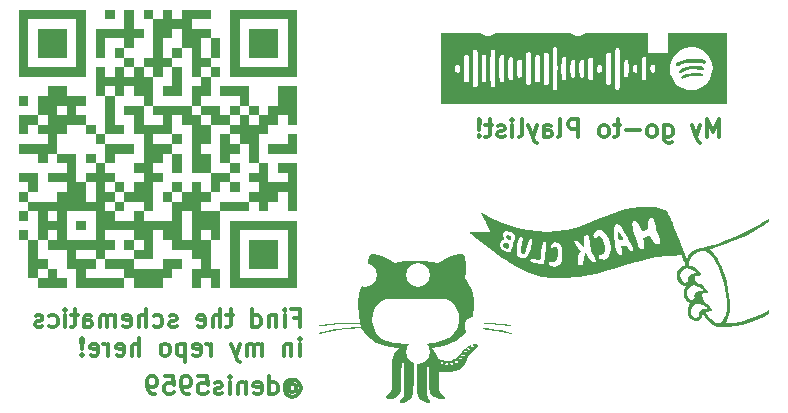
<source format=gbo>
G04 #@! TF.GenerationSoftware,KiCad,Pcbnew,9.0.2*
G04 #@! TF.CreationDate,2025-05-20T18:37:11-06:00*
G04 #@! TF.ProjectId,test_kicad,74657374-5f6b-4696-9361-642e6b696361,rev?*
G04 #@! TF.SameCoordinates,Original*
G04 #@! TF.FileFunction,Legend,Bot*
G04 #@! TF.FilePolarity,Positive*
%FSLAX46Y46*%
G04 Gerber Fmt 4.6, Leading zero omitted, Abs format (unit mm)*
G04 Created by KiCad (PCBNEW 9.0.2) date 2025-05-20 18:37:11*
%MOMM*%
%LPD*%
G01*
G04 APERTURE LIST*
%ADD10C,0.300000*%
%ADD11C,0.000000*%
%ADD12C,1.800000*%
%ADD13R,1.800000X1.800000*%
%ADD14C,2.000000*%
%ADD15C,1.600000*%
G04 APERTURE END LIST*
D10*
X126516917Y-86336542D02*
X126588346Y-86265114D01*
X126588346Y-86265114D02*
X126731203Y-86193685D01*
X126731203Y-86193685D02*
X126874060Y-86193685D01*
X126874060Y-86193685D02*
X127016917Y-86265114D01*
X127016917Y-86265114D02*
X127088346Y-86336542D01*
X127088346Y-86336542D02*
X127159774Y-86479400D01*
X127159774Y-86479400D02*
X127159774Y-86622257D01*
X127159774Y-86622257D02*
X127088346Y-86765114D01*
X127088346Y-86765114D02*
X127016917Y-86836542D01*
X127016917Y-86836542D02*
X126874060Y-86907971D01*
X126874060Y-86907971D02*
X126731203Y-86907971D01*
X126731203Y-86907971D02*
X126588346Y-86836542D01*
X126588346Y-86836542D02*
X126516917Y-86765114D01*
X126516917Y-86193685D02*
X126516917Y-86765114D01*
X126516917Y-86765114D02*
X126445489Y-86836542D01*
X126445489Y-86836542D02*
X126374060Y-86836542D01*
X126374060Y-86836542D02*
X126231203Y-86765114D01*
X126231203Y-86765114D02*
X126159774Y-86622257D01*
X126159774Y-86622257D02*
X126159774Y-86265114D01*
X126159774Y-86265114D02*
X126302632Y-86050828D01*
X126302632Y-86050828D02*
X126516917Y-85907971D01*
X126516917Y-85907971D02*
X126802632Y-85836542D01*
X126802632Y-85836542D02*
X127088346Y-85907971D01*
X127088346Y-85907971D02*
X127302632Y-86050828D01*
X127302632Y-86050828D02*
X127445489Y-86265114D01*
X127445489Y-86265114D02*
X127516917Y-86550828D01*
X127516917Y-86550828D02*
X127445489Y-86836542D01*
X127445489Y-86836542D02*
X127302632Y-87050828D01*
X127302632Y-87050828D02*
X127088346Y-87193685D01*
X127088346Y-87193685D02*
X126802632Y-87265114D01*
X126802632Y-87265114D02*
X126516917Y-87193685D01*
X126516917Y-87193685D02*
X126302632Y-87050828D01*
X124874061Y-87050828D02*
X124874061Y-85550828D01*
X124874061Y-86979400D02*
X125016918Y-87050828D01*
X125016918Y-87050828D02*
X125302632Y-87050828D01*
X125302632Y-87050828D02*
X125445489Y-86979400D01*
X125445489Y-86979400D02*
X125516918Y-86907971D01*
X125516918Y-86907971D02*
X125588346Y-86765114D01*
X125588346Y-86765114D02*
X125588346Y-86336542D01*
X125588346Y-86336542D02*
X125516918Y-86193685D01*
X125516918Y-86193685D02*
X125445489Y-86122257D01*
X125445489Y-86122257D02*
X125302632Y-86050828D01*
X125302632Y-86050828D02*
X125016918Y-86050828D01*
X125016918Y-86050828D02*
X124874061Y-86122257D01*
X123588346Y-86979400D02*
X123731203Y-87050828D01*
X123731203Y-87050828D02*
X124016918Y-87050828D01*
X124016918Y-87050828D02*
X124159775Y-86979400D01*
X124159775Y-86979400D02*
X124231203Y-86836542D01*
X124231203Y-86836542D02*
X124231203Y-86265114D01*
X124231203Y-86265114D02*
X124159775Y-86122257D01*
X124159775Y-86122257D02*
X124016918Y-86050828D01*
X124016918Y-86050828D02*
X123731203Y-86050828D01*
X123731203Y-86050828D02*
X123588346Y-86122257D01*
X123588346Y-86122257D02*
X123516918Y-86265114D01*
X123516918Y-86265114D02*
X123516918Y-86407971D01*
X123516918Y-86407971D02*
X124231203Y-86550828D01*
X122874061Y-86050828D02*
X122874061Y-87050828D01*
X122874061Y-86193685D02*
X122802632Y-86122257D01*
X122802632Y-86122257D02*
X122659775Y-86050828D01*
X122659775Y-86050828D02*
X122445489Y-86050828D01*
X122445489Y-86050828D02*
X122302632Y-86122257D01*
X122302632Y-86122257D02*
X122231204Y-86265114D01*
X122231204Y-86265114D02*
X122231204Y-87050828D01*
X121516918Y-87050828D02*
X121516918Y-86050828D01*
X121516918Y-85550828D02*
X121588346Y-85622257D01*
X121588346Y-85622257D02*
X121516918Y-85693685D01*
X121516918Y-85693685D02*
X121445489Y-85622257D01*
X121445489Y-85622257D02*
X121516918Y-85550828D01*
X121516918Y-85550828D02*
X121516918Y-85693685D01*
X120874060Y-86979400D02*
X120731203Y-87050828D01*
X120731203Y-87050828D02*
X120445489Y-87050828D01*
X120445489Y-87050828D02*
X120302632Y-86979400D01*
X120302632Y-86979400D02*
X120231203Y-86836542D01*
X120231203Y-86836542D02*
X120231203Y-86765114D01*
X120231203Y-86765114D02*
X120302632Y-86622257D01*
X120302632Y-86622257D02*
X120445489Y-86550828D01*
X120445489Y-86550828D02*
X120659775Y-86550828D01*
X120659775Y-86550828D02*
X120802632Y-86479400D01*
X120802632Y-86479400D02*
X120874060Y-86336542D01*
X120874060Y-86336542D02*
X120874060Y-86265114D01*
X120874060Y-86265114D02*
X120802632Y-86122257D01*
X120802632Y-86122257D02*
X120659775Y-86050828D01*
X120659775Y-86050828D02*
X120445489Y-86050828D01*
X120445489Y-86050828D02*
X120302632Y-86122257D01*
X118874060Y-85550828D02*
X119588346Y-85550828D01*
X119588346Y-85550828D02*
X119659774Y-86265114D01*
X119659774Y-86265114D02*
X119588346Y-86193685D01*
X119588346Y-86193685D02*
X119445489Y-86122257D01*
X119445489Y-86122257D02*
X119088346Y-86122257D01*
X119088346Y-86122257D02*
X118945489Y-86193685D01*
X118945489Y-86193685D02*
X118874060Y-86265114D01*
X118874060Y-86265114D02*
X118802631Y-86407971D01*
X118802631Y-86407971D02*
X118802631Y-86765114D01*
X118802631Y-86765114D02*
X118874060Y-86907971D01*
X118874060Y-86907971D02*
X118945489Y-86979400D01*
X118945489Y-86979400D02*
X119088346Y-87050828D01*
X119088346Y-87050828D02*
X119445489Y-87050828D01*
X119445489Y-87050828D02*
X119588346Y-86979400D01*
X119588346Y-86979400D02*
X119659774Y-86907971D01*
X118088346Y-87050828D02*
X117802632Y-87050828D01*
X117802632Y-87050828D02*
X117659775Y-86979400D01*
X117659775Y-86979400D02*
X117588346Y-86907971D01*
X117588346Y-86907971D02*
X117445489Y-86693685D01*
X117445489Y-86693685D02*
X117374060Y-86407971D01*
X117374060Y-86407971D02*
X117374060Y-85836542D01*
X117374060Y-85836542D02*
X117445489Y-85693685D01*
X117445489Y-85693685D02*
X117516918Y-85622257D01*
X117516918Y-85622257D02*
X117659775Y-85550828D01*
X117659775Y-85550828D02*
X117945489Y-85550828D01*
X117945489Y-85550828D02*
X118088346Y-85622257D01*
X118088346Y-85622257D02*
X118159775Y-85693685D01*
X118159775Y-85693685D02*
X118231203Y-85836542D01*
X118231203Y-85836542D02*
X118231203Y-86193685D01*
X118231203Y-86193685D02*
X118159775Y-86336542D01*
X118159775Y-86336542D02*
X118088346Y-86407971D01*
X118088346Y-86407971D02*
X117945489Y-86479400D01*
X117945489Y-86479400D02*
X117659775Y-86479400D01*
X117659775Y-86479400D02*
X117516918Y-86407971D01*
X117516918Y-86407971D02*
X117445489Y-86336542D01*
X117445489Y-86336542D02*
X117374060Y-86193685D01*
X116016918Y-85550828D02*
X116731204Y-85550828D01*
X116731204Y-85550828D02*
X116802632Y-86265114D01*
X116802632Y-86265114D02*
X116731204Y-86193685D01*
X116731204Y-86193685D02*
X116588347Y-86122257D01*
X116588347Y-86122257D02*
X116231204Y-86122257D01*
X116231204Y-86122257D02*
X116088347Y-86193685D01*
X116088347Y-86193685D02*
X116016918Y-86265114D01*
X116016918Y-86265114D02*
X115945489Y-86407971D01*
X115945489Y-86407971D02*
X115945489Y-86765114D01*
X115945489Y-86765114D02*
X116016918Y-86907971D01*
X116016918Y-86907971D02*
X116088347Y-86979400D01*
X116088347Y-86979400D02*
X116231204Y-87050828D01*
X116231204Y-87050828D02*
X116588347Y-87050828D01*
X116588347Y-87050828D02*
X116731204Y-86979400D01*
X116731204Y-86979400D02*
X116802632Y-86907971D01*
X115231204Y-87050828D02*
X114945490Y-87050828D01*
X114945490Y-87050828D02*
X114802633Y-86979400D01*
X114802633Y-86979400D02*
X114731204Y-86907971D01*
X114731204Y-86907971D02*
X114588347Y-86693685D01*
X114588347Y-86693685D02*
X114516918Y-86407971D01*
X114516918Y-86407971D02*
X114516918Y-85836542D01*
X114516918Y-85836542D02*
X114588347Y-85693685D01*
X114588347Y-85693685D02*
X114659776Y-85622257D01*
X114659776Y-85622257D02*
X114802633Y-85550828D01*
X114802633Y-85550828D02*
X115088347Y-85550828D01*
X115088347Y-85550828D02*
X115231204Y-85622257D01*
X115231204Y-85622257D02*
X115302633Y-85693685D01*
X115302633Y-85693685D02*
X115374061Y-85836542D01*
X115374061Y-85836542D02*
X115374061Y-86193685D01*
X115374061Y-86193685D02*
X115302633Y-86336542D01*
X115302633Y-86336542D02*
X115231204Y-86407971D01*
X115231204Y-86407971D02*
X115088347Y-86479400D01*
X115088347Y-86479400D02*
X114802633Y-86479400D01*
X114802633Y-86479400D02*
X114659776Y-86407971D01*
X114659776Y-86407971D02*
X114588347Y-86336542D01*
X114588347Y-86336542D02*
X114516918Y-86193685D01*
X162945489Y-65300828D02*
X162945489Y-63800828D01*
X162945489Y-63800828D02*
X162445489Y-64872257D01*
X162445489Y-64872257D02*
X161945489Y-63800828D01*
X161945489Y-63800828D02*
X161945489Y-65300828D01*
X161374060Y-64300828D02*
X161016917Y-65300828D01*
X160659774Y-64300828D02*
X161016917Y-65300828D01*
X161016917Y-65300828D02*
X161159774Y-65657971D01*
X161159774Y-65657971D02*
X161231203Y-65729400D01*
X161231203Y-65729400D02*
X161374060Y-65800828D01*
X158302632Y-64300828D02*
X158302632Y-65515114D01*
X158302632Y-65515114D02*
X158374060Y-65657971D01*
X158374060Y-65657971D02*
X158445489Y-65729400D01*
X158445489Y-65729400D02*
X158588346Y-65800828D01*
X158588346Y-65800828D02*
X158802632Y-65800828D01*
X158802632Y-65800828D02*
X158945489Y-65729400D01*
X158302632Y-65229400D02*
X158445489Y-65300828D01*
X158445489Y-65300828D02*
X158731203Y-65300828D01*
X158731203Y-65300828D02*
X158874060Y-65229400D01*
X158874060Y-65229400D02*
X158945489Y-65157971D01*
X158945489Y-65157971D02*
X159016917Y-65015114D01*
X159016917Y-65015114D02*
X159016917Y-64586542D01*
X159016917Y-64586542D02*
X158945489Y-64443685D01*
X158945489Y-64443685D02*
X158874060Y-64372257D01*
X158874060Y-64372257D02*
X158731203Y-64300828D01*
X158731203Y-64300828D02*
X158445489Y-64300828D01*
X158445489Y-64300828D02*
X158302632Y-64372257D01*
X157374060Y-65300828D02*
X157516917Y-65229400D01*
X157516917Y-65229400D02*
X157588346Y-65157971D01*
X157588346Y-65157971D02*
X157659774Y-65015114D01*
X157659774Y-65015114D02*
X157659774Y-64586542D01*
X157659774Y-64586542D02*
X157588346Y-64443685D01*
X157588346Y-64443685D02*
X157516917Y-64372257D01*
X157516917Y-64372257D02*
X157374060Y-64300828D01*
X157374060Y-64300828D02*
X157159774Y-64300828D01*
X157159774Y-64300828D02*
X157016917Y-64372257D01*
X157016917Y-64372257D02*
X156945489Y-64443685D01*
X156945489Y-64443685D02*
X156874060Y-64586542D01*
X156874060Y-64586542D02*
X156874060Y-65015114D01*
X156874060Y-65015114D02*
X156945489Y-65157971D01*
X156945489Y-65157971D02*
X157016917Y-65229400D01*
X157016917Y-65229400D02*
X157159774Y-65300828D01*
X157159774Y-65300828D02*
X157374060Y-65300828D01*
X156231203Y-64729400D02*
X155088346Y-64729400D01*
X154588345Y-64300828D02*
X154016917Y-64300828D01*
X154374060Y-63800828D02*
X154374060Y-65086542D01*
X154374060Y-65086542D02*
X154302631Y-65229400D01*
X154302631Y-65229400D02*
X154159774Y-65300828D01*
X154159774Y-65300828D02*
X154016917Y-65300828D01*
X153302631Y-65300828D02*
X153445488Y-65229400D01*
X153445488Y-65229400D02*
X153516917Y-65157971D01*
X153516917Y-65157971D02*
X153588345Y-65015114D01*
X153588345Y-65015114D02*
X153588345Y-64586542D01*
X153588345Y-64586542D02*
X153516917Y-64443685D01*
X153516917Y-64443685D02*
X153445488Y-64372257D01*
X153445488Y-64372257D02*
X153302631Y-64300828D01*
X153302631Y-64300828D02*
X153088345Y-64300828D01*
X153088345Y-64300828D02*
X152945488Y-64372257D01*
X152945488Y-64372257D02*
X152874060Y-64443685D01*
X152874060Y-64443685D02*
X152802631Y-64586542D01*
X152802631Y-64586542D02*
X152802631Y-65015114D01*
X152802631Y-65015114D02*
X152874060Y-65157971D01*
X152874060Y-65157971D02*
X152945488Y-65229400D01*
X152945488Y-65229400D02*
X153088345Y-65300828D01*
X153088345Y-65300828D02*
X153302631Y-65300828D01*
X151016917Y-65300828D02*
X151016917Y-63800828D01*
X151016917Y-63800828D02*
X150445488Y-63800828D01*
X150445488Y-63800828D02*
X150302631Y-63872257D01*
X150302631Y-63872257D02*
X150231202Y-63943685D01*
X150231202Y-63943685D02*
X150159774Y-64086542D01*
X150159774Y-64086542D02*
X150159774Y-64300828D01*
X150159774Y-64300828D02*
X150231202Y-64443685D01*
X150231202Y-64443685D02*
X150302631Y-64515114D01*
X150302631Y-64515114D02*
X150445488Y-64586542D01*
X150445488Y-64586542D02*
X151016917Y-64586542D01*
X149302631Y-65300828D02*
X149445488Y-65229400D01*
X149445488Y-65229400D02*
X149516917Y-65086542D01*
X149516917Y-65086542D02*
X149516917Y-63800828D01*
X148088346Y-65300828D02*
X148088346Y-64515114D01*
X148088346Y-64515114D02*
X148159774Y-64372257D01*
X148159774Y-64372257D02*
X148302631Y-64300828D01*
X148302631Y-64300828D02*
X148588346Y-64300828D01*
X148588346Y-64300828D02*
X148731203Y-64372257D01*
X148088346Y-65229400D02*
X148231203Y-65300828D01*
X148231203Y-65300828D02*
X148588346Y-65300828D01*
X148588346Y-65300828D02*
X148731203Y-65229400D01*
X148731203Y-65229400D02*
X148802631Y-65086542D01*
X148802631Y-65086542D02*
X148802631Y-64943685D01*
X148802631Y-64943685D02*
X148731203Y-64800828D01*
X148731203Y-64800828D02*
X148588346Y-64729400D01*
X148588346Y-64729400D02*
X148231203Y-64729400D01*
X148231203Y-64729400D02*
X148088346Y-64657971D01*
X147516917Y-64300828D02*
X147159774Y-65300828D01*
X146802631Y-64300828D02*
X147159774Y-65300828D01*
X147159774Y-65300828D02*
X147302631Y-65657971D01*
X147302631Y-65657971D02*
X147374060Y-65729400D01*
X147374060Y-65729400D02*
X147516917Y-65800828D01*
X146016917Y-65300828D02*
X146159774Y-65229400D01*
X146159774Y-65229400D02*
X146231203Y-65086542D01*
X146231203Y-65086542D02*
X146231203Y-63800828D01*
X145445489Y-65300828D02*
X145445489Y-64300828D01*
X145445489Y-63800828D02*
X145516917Y-63872257D01*
X145516917Y-63872257D02*
X145445489Y-63943685D01*
X145445489Y-63943685D02*
X145374060Y-63872257D01*
X145374060Y-63872257D02*
X145445489Y-63800828D01*
X145445489Y-63800828D02*
X145445489Y-63943685D01*
X144802631Y-65229400D02*
X144659774Y-65300828D01*
X144659774Y-65300828D02*
X144374060Y-65300828D01*
X144374060Y-65300828D02*
X144231203Y-65229400D01*
X144231203Y-65229400D02*
X144159774Y-65086542D01*
X144159774Y-65086542D02*
X144159774Y-65015114D01*
X144159774Y-65015114D02*
X144231203Y-64872257D01*
X144231203Y-64872257D02*
X144374060Y-64800828D01*
X144374060Y-64800828D02*
X144588346Y-64800828D01*
X144588346Y-64800828D02*
X144731203Y-64729400D01*
X144731203Y-64729400D02*
X144802631Y-64586542D01*
X144802631Y-64586542D02*
X144802631Y-64515114D01*
X144802631Y-64515114D02*
X144731203Y-64372257D01*
X144731203Y-64372257D02*
X144588346Y-64300828D01*
X144588346Y-64300828D02*
X144374060Y-64300828D01*
X144374060Y-64300828D02*
X144231203Y-64372257D01*
X143731202Y-64300828D02*
X143159774Y-64300828D01*
X143516917Y-63800828D02*
X143516917Y-65086542D01*
X143516917Y-65086542D02*
X143445488Y-65229400D01*
X143445488Y-65229400D02*
X143302631Y-65300828D01*
X143302631Y-65300828D02*
X143159774Y-65300828D01*
X142659774Y-65157971D02*
X142588345Y-65229400D01*
X142588345Y-65229400D02*
X142659774Y-65300828D01*
X142659774Y-65300828D02*
X142731202Y-65229400D01*
X142731202Y-65229400D02*
X142659774Y-65157971D01*
X142659774Y-65157971D02*
X142659774Y-65300828D01*
X142659774Y-64729400D02*
X142731202Y-63872257D01*
X142731202Y-63872257D02*
X142659774Y-63800828D01*
X142659774Y-63800828D02*
X142588345Y-63872257D01*
X142588345Y-63872257D02*
X142659774Y-64729400D01*
X142659774Y-64729400D02*
X142659774Y-63800828D01*
X126945489Y-80600198D02*
X127445489Y-80600198D01*
X127445489Y-81385912D02*
X127445489Y-79885912D01*
X127445489Y-79885912D02*
X126731203Y-79885912D01*
X126159775Y-81385912D02*
X126159775Y-80385912D01*
X126159775Y-79885912D02*
X126231203Y-79957341D01*
X126231203Y-79957341D02*
X126159775Y-80028769D01*
X126159775Y-80028769D02*
X126088346Y-79957341D01*
X126088346Y-79957341D02*
X126159775Y-79885912D01*
X126159775Y-79885912D02*
X126159775Y-80028769D01*
X125445489Y-80385912D02*
X125445489Y-81385912D01*
X125445489Y-80528769D02*
X125374060Y-80457341D01*
X125374060Y-80457341D02*
X125231203Y-80385912D01*
X125231203Y-80385912D02*
X125016917Y-80385912D01*
X125016917Y-80385912D02*
X124874060Y-80457341D01*
X124874060Y-80457341D02*
X124802632Y-80600198D01*
X124802632Y-80600198D02*
X124802632Y-81385912D01*
X123445489Y-81385912D02*
X123445489Y-79885912D01*
X123445489Y-81314484D02*
X123588346Y-81385912D01*
X123588346Y-81385912D02*
X123874060Y-81385912D01*
X123874060Y-81385912D02*
X124016917Y-81314484D01*
X124016917Y-81314484D02*
X124088346Y-81243055D01*
X124088346Y-81243055D02*
X124159774Y-81100198D01*
X124159774Y-81100198D02*
X124159774Y-80671626D01*
X124159774Y-80671626D02*
X124088346Y-80528769D01*
X124088346Y-80528769D02*
X124016917Y-80457341D01*
X124016917Y-80457341D02*
X123874060Y-80385912D01*
X123874060Y-80385912D02*
X123588346Y-80385912D01*
X123588346Y-80385912D02*
X123445489Y-80457341D01*
X121802631Y-80385912D02*
X121231203Y-80385912D01*
X121588346Y-79885912D02*
X121588346Y-81171626D01*
X121588346Y-81171626D02*
X121516917Y-81314484D01*
X121516917Y-81314484D02*
X121374060Y-81385912D01*
X121374060Y-81385912D02*
X121231203Y-81385912D01*
X120731203Y-81385912D02*
X120731203Y-79885912D01*
X120088346Y-81385912D02*
X120088346Y-80600198D01*
X120088346Y-80600198D02*
X120159774Y-80457341D01*
X120159774Y-80457341D02*
X120302631Y-80385912D01*
X120302631Y-80385912D02*
X120516917Y-80385912D01*
X120516917Y-80385912D02*
X120659774Y-80457341D01*
X120659774Y-80457341D02*
X120731203Y-80528769D01*
X118802631Y-81314484D02*
X118945488Y-81385912D01*
X118945488Y-81385912D02*
X119231203Y-81385912D01*
X119231203Y-81385912D02*
X119374060Y-81314484D01*
X119374060Y-81314484D02*
X119445488Y-81171626D01*
X119445488Y-81171626D02*
X119445488Y-80600198D01*
X119445488Y-80600198D02*
X119374060Y-80457341D01*
X119374060Y-80457341D02*
X119231203Y-80385912D01*
X119231203Y-80385912D02*
X118945488Y-80385912D01*
X118945488Y-80385912D02*
X118802631Y-80457341D01*
X118802631Y-80457341D02*
X118731203Y-80600198D01*
X118731203Y-80600198D02*
X118731203Y-80743055D01*
X118731203Y-80743055D02*
X119445488Y-80885912D01*
X117016917Y-81314484D02*
X116874060Y-81385912D01*
X116874060Y-81385912D02*
X116588346Y-81385912D01*
X116588346Y-81385912D02*
X116445489Y-81314484D01*
X116445489Y-81314484D02*
X116374060Y-81171626D01*
X116374060Y-81171626D02*
X116374060Y-81100198D01*
X116374060Y-81100198D02*
X116445489Y-80957341D01*
X116445489Y-80957341D02*
X116588346Y-80885912D01*
X116588346Y-80885912D02*
X116802632Y-80885912D01*
X116802632Y-80885912D02*
X116945489Y-80814484D01*
X116945489Y-80814484D02*
X117016917Y-80671626D01*
X117016917Y-80671626D02*
X117016917Y-80600198D01*
X117016917Y-80600198D02*
X116945489Y-80457341D01*
X116945489Y-80457341D02*
X116802632Y-80385912D01*
X116802632Y-80385912D02*
X116588346Y-80385912D01*
X116588346Y-80385912D02*
X116445489Y-80457341D01*
X115088346Y-81314484D02*
X115231203Y-81385912D01*
X115231203Y-81385912D02*
X115516917Y-81385912D01*
X115516917Y-81385912D02*
X115659774Y-81314484D01*
X115659774Y-81314484D02*
X115731203Y-81243055D01*
X115731203Y-81243055D02*
X115802631Y-81100198D01*
X115802631Y-81100198D02*
X115802631Y-80671626D01*
X115802631Y-80671626D02*
X115731203Y-80528769D01*
X115731203Y-80528769D02*
X115659774Y-80457341D01*
X115659774Y-80457341D02*
X115516917Y-80385912D01*
X115516917Y-80385912D02*
X115231203Y-80385912D01*
X115231203Y-80385912D02*
X115088346Y-80457341D01*
X114445489Y-81385912D02*
X114445489Y-79885912D01*
X113802632Y-81385912D02*
X113802632Y-80600198D01*
X113802632Y-80600198D02*
X113874060Y-80457341D01*
X113874060Y-80457341D02*
X114016917Y-80385912D01*
X114016917Y-80385912D02*
X114231203Y-80385912D01*
X114231203Y-80385912D02*
X114374060Y-80457341D01*
X114374060Y-80457341D02*
X114445489Y-80528769D01*
X112516917Y-81314484D02*
X112659774Y-81385912D01*
X112659774Y-81385912D02*
X112945489Y-81385912D01*
X112945489Y-81385912D02*
X113088346Y-81314484D01*
X113088346Y-81314484D02*
X113159774Y-81171626D01*
X113159774Y-81171626D02*
X113159774Y-80600198D01*
X113159774Y-80600198D02*
X113088346Y-80457341D01*
X113088346Y-80457341D02*
X112945489Y-80385912D01*
X112945489Y-80385912D02*
X112659774Y-80385912D01*
X112659774Y-80385912D02*
X112516917Y-80457341D01*
X112516917Y-80457341D02*
X112445489Y-80600198D01*
X112445489Y-80600198D02*
X112445489Y-80743055D01*
X112445489Y-80743055D02*
X113159774Y-80885912D01*
X111802632Y-81385912D02*
X111802632Y-80385912D01*
X111802632Y-80528769D02*
X111731203Y-80457341D01*
X111731203Y-80457341D02*
X111588346Y-80385912D01*
X111588346Y-80385912D02*
X111374060Y-80385912D01*
X111374060Y-80385912D02*
X111231203Y-80457341D01*
X111231203Y-80457341D02*
X111159775Y-80600198D01*
X111159775Y-80600198D02*
X111159775Y-81385912D01*
X111159775Y-80600198D02*
X111088346Y-80457341D01*
X111088346Y-80457341D02*
X110945489Y-80385912D01*
X110945489Y-80385912D02*
X110731203Y-80385912D01*
X110731203Y-80385912D02*
X110588346Y-80457341D01*
X110588346Y-80457341D02*
X110516917Y-80600198D01*
X110516917Y-80600198D02*
X110516917Y-81385912D01*
X109159775Y-81385912D02*
X109159775Y-80600198D01*
X109159775Y-80600198D02*
X109231203Y-80457341D01*
X109231203Y-80457341D02*
X109374060Y-80385912D01*
X109374060Y-80385912D02*
X109659775Y-80385912D01*
X109659775Y-80385912D02*
X109802632Y-80457341D01*
X109159775Y-81314484D02*
X109302632Y-81385912D01*
X109302632Y-81385912D02*
X109659775Y-81385912D01*
X109659775Y-81385912D02*
X109802632Y-81314484D01*
X109802632Y-81314484D02*
X109874060Y-81171626D01*
X109874060Y-81171626D02*
X109874060Y-81028769D01*
X109874060Y-81028769D02*
X109802632Y-80885912D01*
X109802632Y-80885912D02*
X109659775Y-80814484D01*
X109659775Y-80814484D02*
X109302632Y-80814484D01*
X109302632Y-80814484D02*
X109159775Y-80743055D01*
X108659774Y-80385912D02*
X108088346Y-80385912D01*
X108445489Y-79885912D02*
X108445489Y-81171626D01*
X108445489Y-81171626D02*
X108374060Y-81314484D01*
X108374060Y-81314484D02*
X108231203Y-81385912D01*
X108231203Y-81385912D02*
X108088346Y-81385912D01*
X107588346Y-81385912D02*
X107588346Y-80385912D01*
X107588346Y-79885912D02*
X107659774Y-79957341D01*
X107659774Y-79957341D02*
X107588346Y-80028769D01*
X107588346Y-80028769D02*
X107516917Y-79957341D01*
X107516917Y-79957341D02*
X107588346Y-79885912D01*
X107588346Y-79885912D02*
X107588346Y-80028769D01*
X106231203Y-81314484D02*
X106374060Y-81385912D01*
X106374060Y-81385912D02*
X106659774Y-81385912D01*
X106659774Y-81385912D02*
X106802631Y-81314484D01*
X106802631Y-81314484D02*
X106874060Y-81243055D01*
X106874060Y-81243055D02*
X106945488Y-81100198D01*
X106945488Y-81100198D02*
X106945488Y-80671626D01*
X106945488Y-80671626D02*
X106874060Y-80528769D01*
X106874060Y-80528769D02*
X106802631Y-80457341D01*
X106802631Y-80457341D02*
X106659774Y-80385912D01*
X106659774Y-80385912D02*
X106374060Y-80385912D01*
X106374060Y-80385912D02*
X106231203Y-80457341D01*
X105659774Y-81314484D02*
X105516917Y-81385912D01*
X105516917Y-81385912D02*
X105231203Y-81385912D01*
X105231203Y-81385912D02*
X105088346Y-81314484D01*
X105088346Y-81314484D02*
X105016917Y-81171626D01*
X105016917Y-81171626D02*
X105016917Y-81100198D01*
X105016917Y-81100198D02*
X105088346Y-80957341D01*
X105088346Y-80957341D02*
X105231203Y-80885912D01*
X105231203Y-80885912D02*
X105445489Y-80885912D01*
X105445489Y-80885912D02*
X105588346Y-80814484D01*
X105588346Y-80814484D02*
X105659774Y-80671626D01*
X105659774Y-80671626D02*
X105659774Y-80600198D01*
X105659774Y-80600198D02*
X105588346Y-80457341D01*
X105588346Y-80457341D02*
X105445489Y-80385912D01*
X105445489Y-80385912D02*
X105231203Y-80385912D01*
X105231203Y-80385912D02*
X105088346Y-80457341D01*
X127445489Y-83800828D02*
X127445489Y-82800828D01*
X127445489Y-82300828D02*
X127516917Y-82372257D01*
X127516917Y-82372257D02*
X127445489Y-82443685D01*
X127445489Y-82443685D02*
X127374060Y-82372257D01*
X127374060Y-82372257D02*
X127445489Y-82300828D01*
X127445489Y-82300828D02*
X127445489Y-82443685D01*
X126731203Y-82800828D02*
X126731203Y-83800828D01*
X126731203Y-82943685D02*
X126659774Y-82872257D01*
X126659774Y-82872257D02*
X126516917Y-82800828D01*
X126516917Y-82800828D02*
X126302631Y-82800828D01*
X126302631Y-82800828D02*
X126159774Y-82872257D01*
X126159774Y-82872257D02*
X126088346Y-83015114D01*
X126088346Y-83015114D02*
X126088346Y-83800828D01*
X124231203Y-83800828D02*
X124231203Y-82800828D01*
X124231203Y-82943685D02*
X124159774Y-82872257D01*
X124159774Y-82872257D02*
X124016917Y-82800828D01*
X124016917Y-82800828D02*
X123802631Y-82800828D01*
X123802631Y-82800828D02*
X123659774Y-82872257D01*
X123659774Y-82872257D02*
X123588346Y-83015114D01*
X123588346Y-83015114D02*
X123588346Y-83800828D01*
X123588346Y-83015114D02*
X123516917Y-82872257D01*
X123516917Y-82872257D02*
X123374060Y-82800828D01*
X123374060Y-82800828D02*
X123159774Y-82800828D01*
X123159774Y-82800828D02*
X123016917Y-82872257D01*
X123016917Y-82872257D02*
X122945488Y-83015114D01*
X122945488Y-83015114D02*
X122945488Y-83800828D01*
X122374060Y-82800828D02*
X122016917Y-83800828D01*
X121659774Y-82800828D02*
X122016917Y-83800828D01*
X122016917Y-83800828D02*
X122159774Y-84157971D01*
X122159774Y-84157971D02*
X122231203Y-84229400D01*
X122231203Y-84229400D02*
X122374060Y-84300828D01*
X119945489Y-83800828D02*
X119945489Y-82800828D01*
X119945489Y-83086542D02*
X119874060Y-82943685D01*
X119874060Y-82943685D02*
X119802632Y-82872257D01*
X119802632Y-82872257D02*
X119659774Y-82800828D01*
X119659774Y-82800828D02*
X119516917Y-82800828D01*
X118445489Y-83729400D02*
X118588346Y-83800828D01*
X118588346Y-83800828D02*
X118874061Y-83800828D01*
X118874061Y-83800828D02*
X119016918Y-83729400D01*
X119016918Y-83729400D02*
X119088346Y-83586542D01*
X119088346Y-83586542D02*
X119088346Y-83015114D01*
X119088346Y-83015114D02*
X119016918Y-82872257D01*
X119016918Y-82872257D02*
X118874061Y-82800828D01*
X118874061Y-82800828D02*
X118588346Y-82800828D01*
X118588346Y-82800828D02*
X118445489Y-82872257D01*
X118445489Y-82872257D02*
X118374061Y-83015114D01*
X118374061Y-83015114D02*
X118374061Y-83157971D01*
X118374061Y-83157971D02*
X119088346Y-83300828D01*
X117731204Y-82800828D02*
X117731204Y-84300828D01*
X117731204Y-82872257D02*
X117588347Y-82800828D01*
X117588347Y-82800828D02*
X117302632Y-82800828D01*
X117302632Y-82800828D02*
X117159775Y-82872257D01*
X117159775Y-82872257D02*
X117088347Y-82943685D01*
X117088347Y-82943685D02*
X117016918Y-83086542D01*
X117016918Y-83086542D02*
X117016918Y-83515114D01*
X117016918Y-83515114D02*
X117088347Y-83657971D01*
X117088347Y-83657971D02*
X117159775Y-83729400D01*
X117159775Y-83729400D02*
X117302632Y-83800828D01*
X117302632Y-83800828D02*
X117588347Y-83800828D01*
X117588347Y-83800828D02*
X117731204Y-83729400D01*
X116159775Y-83800828D02*
X116302632Y-83729400D01*
X116302632Y-83729400D02*
X116374061Y-83657971D01*
X116374061Y-83657971D02*
X116445489Y-83515114D01*
X116445489Y-83515114D02*
X116445489Y-83086542D01*
X116445489Y-83086542D02*
X116374061Y-82943685D01*
X116374061Y-82943685D02*
X116302632Y-82872257D01*
X116302632Y-82872257D02*
X116159775Y-82800828D01*
X116159775Y-82800828D02*
X115945489Y-82800828D01*
X115945489Y-82800828D02*
X115802632Y-82872257D01*
X115802632Y-82872257D02*
X115731204Y-82943685D01*
X115731204Y-82943685D02*
X115659775Y-83086542D01*
X115659775Y-83086542D02*
X115659775Y-83515114D01*
X115659775Y-83515114D02*
X115731204Y-83657971D01*
X115731204Y-83657971D02*
X115802632Y-83729400D01*
X115802632Y-83729400D02*
X115945489Y-83800828D01*
X115945489Y-83800828D02*
X116159775Y-83800828D01*
X113874061Y-83800828D02*
X113874061Y-82300828D01*
X113231204Y-83800828D02*
X113231204Y-83015114D01*
X113231204Y-83015114D02*
X113302632Y-82872257D01*
X113302632Y-82872257D02*
X113445489Y-82800828D01*
X113445489Y-82800828D02*
X113659775Y-82800828D01*
X113659775Y-82800828D02*
X113802632Y-82872257D01*
X113802632Y-82872257D02*
X113874061Y-82943685D01*
X111945489Y-83729400D02*
X112088346Y-83800828D01*
X112088346Y-83800828D02*
X112374061Y-83800828D01*
X112374061Y-83800828D02*
X112516918Y-83729400D01*
X112516918Y-83729400D02*
X112588346Y-83586542D01*
X112588346Y-83586542D02*
X112588346Y-83015114D01*
X112588346Y-83015114D02*
X112516918Y-82872257D01*
X112516918Y-82872257D02*
X112374061Y-82800828D01*
X112374061Y-82800828D02*
X112088346Y-82800828D01*
X112088346Y-82800828D02*
X111945489Y-82872257D01*
X111945489Y-82872257D02*
X111874061Y-83015114D01*
X111874061Y-83015114D02*
X111874061Y-83157971D01*
X111874061Y-83157971D02*
X112588346Y-83300828D01*
X111231204Y-83800828D02*
X111231204Y-82800828D01*
X111231204Y-83086542D02*
X111159775Y-82943685D01*
X111159775Y-82943685D02*
X111088347Y-82872257D01*
X111088347Y-82872257D02*
X110945489Y-82800828D01*
X110945489Y-82800828D02*
X110802632Y-82800828D01*
X109731204Y-83729400D02*
X109874061Y-83800828D01*
X109874061Y-83800828D02*
X110159776Y-83800828D01*
X110159776Y-83800828D02*
X110302633Y-83729400D01*
X110302633Y-83729400D02*
X110374061Y-83586542D01*
X110374061Y-83586542D02*
X110374061Y-83015114D01*
X110374061Y-83015114D02*
X110302633Y-82872257D01*
X110302633Y-82872257D02*
X110159776Y-82800828D01*
X110159776Y-82800828D02*
X109874061Y-82800828D01*
X109874061Y-82800828D02*
X109731204Y-82872257D01*
X109731204Y-82872257D02*
X109659776Y-83015114D01*
X109659776Y-83015114D02*
X109659776Y-83157971D01*
X109659776Y-83157971D02*
X110374061Y-83300828D01*
X109016919Y-83657971D02*
X108945490Y-83729400D01*
X108945490Y-83729400D02*
X109016919Y-83800828D01*
X109016919Y-83800828D02*
X109088347Y-83729400D01*
X109088347Y-83729400D02*
X109016919Y-83657971D01*
X109016919Y-83657971D02*
X109016919Y-83800828D01*
X109016919Y-83229400D02*
X109088347Y-82372257D01*
X109088347Y-82372257D02*
X109016919Y-82300828D01*
X109016919Y-82300828D02*
X108945490Y-82372257D01*
X108945490Y-82372257D02*
X109016919Y-83229400D01*
X109016919Y-83229400D02*
X109016919Y-82300828D01*
D11*
G04 #@! TO.C,G\u002A\u002A\u002A*
G36*
X142095268Y-80564377D02*
G01*
X142054189Y-80757991D01*
X142025283Y-80902095D01*
X142014344Y-80968008D01*
X142021182Y-80971815D01*
X142108446Y-80983705D01*
X142283608Y-80996688D01*
X142530774Y-81009872D01*
X142834054Y-81022366D01*
X143177554Y-81033278D01*
X143492248Y-81044627D01*
X143887219Y-81065751D01*
X144271429Y-81093102D01*
X144628435Y-81125007D01*
X144941794Y-81159796D01*
X145195063Y-81195798D01*
X145371801Y-81231344D01*
X145455565Y-81264760D01*
X145461150Y-81270695D01*
X145464846Y-81305967D01*
X145386774Y-81316470D01*
X145218646Y-81302176D01*
X144952179Y-81263056D01*
X144659150Y-81221731D01*
X144238044Y-81175145D01*
X143772807Y-81134111D01*
X143298992Y-81101367D01*
X142852153Y-81079653D01*
X142467842Y-81071706D01*
X142292342Y-81072595D01*
X142113138Y-81079625D01*
X142003977Y-81097673D01*
X141941490Y-81131446D01*
X141902308Y-81185654D01*
X141871018Y-81265121D01*
X141873541Y-81332162D01*
X141928002Y-81346751D01*
X142071570Y-81366361D01*
X142280297Y-81387133D01*
X142531031Y-81406449D01*
X142538574Y-81406958D01*
X142922612Y-81438941D01*
X143327291Y-81483079D01*
X143736404Y-81536577D01*
X144133746Y-81596638D01*
X144503112Y-81660465D01*
X144828295Y-81725262D01*
X145093089Y-81788232D01*
X145281290Y-81846579D01*
X145376692Y-81897506D01*
X145384952Y-81906801D01*
X145394947Y-81931375D01*
X145363995Y-81940650D01*
X145278924Y-81932873D01*
X145126564Y-81906287D01*
X144893742Y-81859139D01*
X144567288Y-81789674D01*
X144071769Y-81695366D01*
X143485170Y-81606324D01*
X142875778Y-81533687D01*
X142288006Y-81483421D01*
X141767963Y-81449109D01*
X141631110Y-81676918D01*
X141464518Y-81910383D01*
X141131684Y-82237049D01*
X140711951Y-82525827D01*
X140216826Y-82770375D01*
X139657820Y-82964349D01*
X139046441Y-83101406D01*
X138626019Y-83172050D01*
X138807033Y-83372410D01*
X138847549Y-83420557D01*
X138982675Y-83620452D01*
X139084188Y-83824513D01*
X139098254Y-83860599D01*
X139172000Y-84007230D01*
X139269014Y-84094233D01*
X139430126Y-84161369D01*
X139518662Y-84188571D01*
X139875868Y-84244456D01*
X140226789Y-84221727D01*
X140544549Y-84124397D01*
X140657074Y-84051081D01*
X140919472Y-84051081D01*
X140946102Y-84108312D01*
X141060887Y-84137001D01*
X141126807Y-84128667D01*
X141179499Y-84082816D01*
X141148501Y-84023781D01*
X141038352Y-83982654D01*
X140960926Y-83985800D01*
X140919472Y-84051081D01*
X140657074Y-84051081D01*
X140802271Y-83956478D01*
X140887942Y-83866187D01*
X140959051Y-83781182D01*
X141138438Y-83781182D01*
X141138971Y-83789092D01*
X141190150Y-83847540D01*
X141286996Y-83863562D01*
X141375650Y-83826799D01*
X141407718Y-83782192D01*
X141388256Y-83721802D01*
X141275291Y-83699070D01*
X141186024Y-83715141D01*
X141138438Y-83781182D01*
X140959051Y-83781182D01*
X141018228Y-83710440D01*
X141152848Y-83534845D01*
X141221137Y-83452733D01*
X141357403Y-83452733D01*
X141374129Y-83497982D01*
X141457762Y-83534845D01*
X141510787Y-83530981D01*
X141599014Y-83490002D01*
X141599020Y-83417727D01*
X141581052Y-83397584D01*
X141493432Y-83370512D01*
X141400568Y-83391549D01*
X141357403Y-83452733D01*
X141221137Y-83452733D01*
X141410587Y-83224935D01*
X141416329Y-83220111D01*
X141590038Y-83220111D01*
X141644902Y-83283791D01*
X141743789Y-83304903D01*
X141823779Y-83259400D01*
X141834854Y-83226493D01*
X141805192Y-83139617D01*
X141780280Y-83121461D01*
X141688901Y-83110309D01*
X141609360Y-83149226D01*
X141590038Y-83220111D01*
X141416329Y-83220111D01*
X141620737Y-83048376D01*
X141936021Y-83048376D01*
X141967692Y-83074104D01*
X142069041Y-83096914D01*
X142161874Y-83079596D01*
X142205196Y-83017515D01*
X142150550Y-82932190D01*
X142075277Y-82892202D01*
X141987532Y-82932190D01*
X141946923Y-82978690D01*
X141936021Y-83048376D01*
X141620737Y-83048376D01*
X141681514Y-82997314D01*
X141961256Y-82865624D01*
X142260173Y-82823207D01*
X142342476Y-82825206D01*
X142487642Y-82849905D01*
X142545682Y-82908237D01*
X142515657Y-83007059D01*
X142507143Y-83017515D01*
X142396632Y-83153227D01*
X142320223Y-83226493D01*
X142187668Y-83353596D01*
X142119678Y-83417727D01*
X142013711Y-83517679D01*
X141846398Y-83705018D01*
X141794888Y-83782192D01*
X141712970Y-83904924D01*
X141621302Y-84082816D01*
X141581818Y-84159439D01*
X141497366Y-84319446D01*
X141440828Y-84426567D01*
X141399633Y-84483670D01*
X141207708Y-84749712D01*
X140938143Y-84982567D01*
X140617838Y-85133513D01*
X140232502Y-85210934D01*
X139767840Y-85223210D01*
X139222382Y-85204457D01*
X139222640Y-85970837D01*
X139222720Y-86019210D01*
X139229735Y-86376829D01*
X139252053Y-86645009D01*
X139295291Y-86841367D01*
X139365062Y-86983517D01*
X139466981Y-87089075D01*
X139606662Y-87175656D01*
X139640316Y-87194091D01*
X139751620Y-87287713D01*
X139758457Y-87370414D01*
X139665034Y-87432882D01*
X139475558Y-87465803D01*
X139197415Y-87445594D01*
X138913596Y-87346391D01*
X138676652Y-87181008D01*
X138514696Y-86964124D01*
X138507678Y-86949440D01*
X138467107Y-86850957D01*
X138438101Y-86741779D01*
X138418675Y-86602151D01*
X138406843Y-86412318D01*
X138400621Y-86152524D01*
X138398024Y-85803015D01*
X138397435Y-85687359D01*
X138392352Y-85341420D01*
X138381250Y-85078100D01*
X138362361Y-84876507D01*
X138333920Y-84715748D01*
X138294157Y-84574932D01*
X138233243Y-84392486D01*
X139341643Y-84392486D01*
X139368795Y-84461143D01*
X139448580Y-84503988D01*
X139461992Y-84496050D01*
X139769903Y-84496050D01*
X139775415Y-84519903D01*
X139841232Y-84566520D01*
X139938451Y-84570963D01*
X140012406Y-84526393D01*
X140016143Y-84514070D01*
X140176681Y-84514070D01*
X140215755Y-84552744D01*
X140307790Y-84576916D01*
X140390516Y-84551918D01*
X140417128Y-84483670D01*
X140401617Y-84437195D01*
X140344688Y-84375077D01*
X140343408Y-84374682D01*
X140252088Y-84384355D01*
X140182224Y-84442638D01*
X140177459Y-84504045D01*
X140176681Y-84514070D01*
X140016143Y-84514070D01*
X140019184Y-84504045D01*
X139984732Y-84433523D01*
X139905646Y-84381067D01*
X139827042Y-84381855D01*
X139815763Y-84391995D01*
X139804825Y-84401828D01*
X139769903Y-84496050D01*
X139461992Y-84496050D01*
X139542247Y-84448550D01*
X139574964Y-84391995D01*
X139558583Y-84349846D01*
X140614612Y-84349846D01*
X140653686Y-84388520D01*
X140745721Y-84412691D01*
X140828447Y-84387694D01*
X140855059Y-84319446D01*
X140839548Y-84272971D01*
X140782619Y-84210853D01*
X140781339Y-84210458D01*
X140690019Y-84220131D01*
X140620155Y-84278414D01*
X140614612Y-84349846D01*
X139558583Y-84349846D01*
X139549075Y-84325382D01*
X139428317Y-84301225D01*
X139365518Y-84315950D01*
X139341643Y-84392486D01*
X138233243Y-84392486D01*
X138193635Y-84273854D01*
X138188019Y-85620534D01*
X138187835Y-85666820D01*
X138187599Y-86117622D01*
X138191848Y-86475060D01*
X138202336Y-86753878D01*
X138220817Y-86968818D01*
X138249045Y-87134625D01*
X138288772Y-87266041D01*
X138341753Y-87377810D01*
X138409741Y-87484675D01*
X138486416Y-87623460D01*
X138504607Y-87749815D01*
X138442425Y-87819563D01*
X138397257Y-87826855D01*
X138246076Y-87805208D01*
X138059281Y-87741857D01*
X137874693Y-87651234D01*
X137730136Y-87547772D01*
X137648604Y-87468136D01*
X137560157Y-87365351D01*
X137492098Y-87253051D01*
X137441758Y-87116959D01*
X137406471Y-86942794D01*
X137383567Y-86716276D01*
X137370380Y-86423127D01*
X137364242Y-86049068D01*
X137362485Y-85579818D01*
X137361451Y-85204499D01*
X137358125Y-84850459D01*
X137351924Y-84584701D01*
X137342223Y-84395725D01*
X137328393Y-84272033D01*
X137309808Y-84202126D01*
X137285841Y-84174506D01*
X137280636Y-84172556D01*
X137222837Y-84161317D01*
X137177730Y-84182177D01*
X137143779Y-84246188D01*
X137119448Y-84364404D01*
X137103198Y-84547876D01*
X137093494Y-84807657D01*
X137088799Y-85154799D01*
X137087575Y-85600354D01*
X137087303Y-85838308D01*
X137084143Y-86249899D01*
X137075455Y-86573806D01*
X137058786Y-86824654D01*
X137031684Y-87017064D01*
X136991697Y-87165661D01*
X136936374Y-87285067D01*
X136863262Y-87389904D01*
X136769909Y-87494797D01*
X136683913Y-87578343D01*
X136436700Y-87741483D01*
X136157719Y-87813141D01*
X136013544Y-87804889D01*
X135951947Y-87738642D01*
X135976083Y-87610204D01*
X136085261Y-87415769D01*
X136239084Y-87183511D01*
X136256246Y-86057131D01*
X136256777Y-86021591D01*
X136261030Y-85657213D01*
X136263103Y-85310028D01*
X136262997Y-85003103D01*
X136260711Y-84759506D01*
X136256246Y-84602302D01*
X136239084Y-84273854D01*
X136143287Y-84449045D01*
X136140416Y-84454360D01*
X136106167Y-84534087D01*
X136081280Y-84637035D01*
X136064346Y-84780451D01*
X136053958Y-84981583D01*
X136048707Y-85257679D01*
X136047184Y-85625985D01*
X136044855Y-85914838D01*
X136037087Y-86230404D01*
X136024856Y-86502550D01*
X136009189Y-86709258D01*
X135991113Y-86828510D01*
X135925326Y-86982882D01*
X135751211Y-87191544D01*
X135510414Y-87351447D01*
X135227178Y-87448065D01*
X134925746Y-87466873D01*
X134757636Y-87429964D01*
X134690561Y-87359981D01*
X134727838Y-87265463D01*
X134870941Y-87154799D01*
X135021027Y-87033126D01*
X135177172Y-86792171D01*
X135193819Y-86753186D01*
X135225188Y-86664360D01*
X135248274Y-86562546D01*
X135264148Y-86431666D01*
X135273885Y-86255639D01*
X135278556Y-86018385D01*
X135279235Y-85703824D01*
X135276993Y-85295876D01*
X135275097Y-84999409D01*
X135274525Y-84661463D01*
X135277496Y-84405146D01*
X135285190Y-84214133D01*
X135298787Y-84072098D01*
X135319467Y-83962720D01*
X135348410Y-83869671D01*
X135386795Y-83776630D01*
X135428818Y-83690676D01*
X135550683Y-83490397D01*
X135677842Y-83329565D01*
X135850001Y-83151656D01*
X135661353Y-83150471D01*
X135567462Y-83144673D01*
X135338350Y-83111471D01*
X135056927Y-83055356D01*
X134756126Y-82983821D01*
X134468882Y-82904357D01*
X134228130Y-82824456D01*
X133939018Y-82697418D01*
X133476281Y-82401833D01*
X133074708Y-82015869D01*
X132735636Y-81540677D01*
X132713076Y-81511040D01*
X132667129Y-81485272D01*
X132585316Y-81472901D01*
X132449356Y-81473195D01*
X132240972Y-81485420D01*
X131941886Y-81508844D01*
X131829552Y-81518481D01*
X131311912Y-81572284D01*
X130783822Y-81640838D01*
X130275252Y-81719589D01*
X129816171Y-81803983D01*
X129436548Y-81889469D01*
X129226114Y-81937367D01*
X129092120Y-81952801D01*
X129055040Y-81931375D01*
X129091645Y-81896924D01*
X129225903Y-81840776D01*
X129442599Y-81778834D01*
X129726134Y-81713871D01*
X130060912Y-81648657D01*
X130431337Y-81585962D01*
X130821812Y-81528556D01*
X131216740Y-81479211D01*
X131600524Y-81440696D01*
X131957568Y-81415783D01*
X132205248Y-81400169D01*
X132418240Y-81380774D01*
X132566755Y-81360447D01*
X132628327Y-81341673D01*
X132646128Y-81300898D01*
X132617467Y-81211799D01*
X132485412Y-81144854D01*
X132253093Y-81102061D01*
X132227962Y-81099674D01*
X132011319Y-81091447D01*
X131713513Y-81094202D01*
X131358387Y-81106523D01*
X130969779Y-81126996D01*
X130571532Y-81154205D01*
X130187485Y-81186734D01*
X129841479Y-81223170D01*
X129557356Y-81262095D01*
X129475284Y-81275120D01*
X129236937Y-81307807D01*
X129093370Y-81316199D01*
X129035155Y-81300255D01*
X129052860Y-81259934D01*
X129082850Y-81242404D01*
X129218392Y-81205409D01*
X129440951Y-81168270D01*
X129735440Y-81132489D01*
X130086772Y-81099569D01*
X130479862Y-81071014D01*
X130899624Y-81048326D01*
X131330970Y-81033007D01*
X132553890Y-81001499D01*
X132522563Y-80858582D01*
X132510683Y-80789197D01*
X133595692Y-80789197D01*
X133650423Y-81224860D01*
X133792697Y-81641224D01*
X133920917Y-81878922D01*
X134144366Y-82163166D01*
X134425774Y-82384650D01*
X134781117Y-82555013D01*
X135226369Y-82685897D01*
X135270217Y-82695111D01*
X135503534Y-82728170D01*
X135819001Y-82756095D01*
X136194923Y-82778366D01*
X136609608Y-82794465D01*
X137041360Y-82803874D01*
X137468485Y-82806075D01*
X137869290Y-82800549D01*
X138222079Y-82786778D01*
X138505160Y-82764243D01*
X138847365Y-82717176D01*
X139397490Y-82594441D01*
X139856343Y-82421667D01*
X140229244Y-82196020D01*
X140521514Y-81914665D01*
X140738474Y-81574769D01*
X140739126Y-81573435D01*
X140815872Y-81397191D01*
X140864790Y-81224917D01*
X140893668Y-81018826D01*
X140910295Y-80741130D01*
X140917148Y-80529799D01*
X140914607Y-80339458D01*
X140894905Y-80196791D01*
X140852768Y-80067725D01*
X140782922Y-79918184D01*
X140576203Y-79585325D01*
X140310050Y-79293870D01*
X140016239Y-79084731D01*
X139990685Y-79071396D01*
X139936237Y-79046341D01*
X139873837Y-79025715D01*
X139793333Y-79009083D01*
X139684572Y-78996011D01*
X139537401Y-78986066D01*
X139341665Y-78978813D01*
X139087213Y-78973819D01*
X138763890Y-78970650D01*
X138361544Y-78968872D01*
X137870022Y-78968051D01*
X137279170Y-78967752D01*
X134761067Y-78967042D01*
X134487360Y-79110925D01*
X134385138Y-79169462D01*
X134203356Y-79293711D01*
X134068719Y-79410452D01*
X133929911Y-79583378D01*
X133738120Y-79946760D01*
X133625819Y-80355932D01*
X133595692Y-80789197D01*
X132510683Y-80789197D01*
X132509402Y-80781715D01*
X132485638Y-80606335D01*
X132457935Y-80373780D01*
X132429954Y-80113509D01*
X132404324Y-79802883D01*
X132397338Y-79208337D01*
X132456924Y-78682673D01*
X132586511Y-78211184D01*
X132789529Y-77779167D01*
X133069408Y-77371915D01*
X133247997Y-77148424D01*
X133216963Y-76628251D01*
X133210775Y-76362779D01*
X133226611Y-76043187D01*
X133264460Y-75747302D01*
X133320466Y-75496516D01*
X133390773Y-75312226D01*
X133471525Y-75215825D01*
X133587783Y-75184458D01*
X133807794Y-75194502D01*
X134088568Y-75258357D01*
X134413610Y-75370987D01*
X134766426Y-75527355D01*
X135130520Y-75722423D01*
X135499973Y-75938210D01*
X135869528Y-75863575D01*
X135911690Y-75855688D01*
X136184364Y-75822108D01*
X136533499Y-75799593D01*
X136932593Y-75787941D01*
X137355143Y-75786949D01*
X137774647Y-75796417D01*
X138164603Y-75816140D01*
X138498507Y-75845918D01*
X138749857Y-75885548D01*
X139180457Y-75980742D01*
X139499108Y-75787171D01*
X139568122Y-75746029D01*
X139906122Y-75564425D01*
X140247706Y-75409891D01*
X140573750Y-75288870D01*
X140865129Y-75207806D01*
X141102718Y-75173145D01*
X141267393Y-75191329D01*
X141283296Y-75199246D01*
X141344431Y-75270365D01*
X141402902Y-75413222D01*
X141462914Y-75640247D01*
X141528671Y-75963871D01*
X141539537Y-76031668D01*
X141559448Y-76308061D01*
X141552287Y-76608137D01*
X141520447Y-76888114D01*
X141466323Y-77104213D01*
X141453963Y-77141918D01*
X141450588Y-77232995D01*
X141497984Y-77339925D01*
X141607859Y-77495040D01*
X141816085Y-77797432D01*
X141973761Y-78107816D01*
X142102439Y-78472915D01*
X142151723Y-78705031D01*
X142186141Y-79038460D01*
X142198606Y-79418905D01*
X142189093Y-79814539D01*
X142157577Y-80193536D01*
X142104035Y-80524070D01*
X142102789Y-80529799D01*
X142095268Y-80564377D01*
G37*
G36*
X159672363Y-74190342D02*
G01*
X159845783Y-74619387D01*
X160015503Y-75044214D01*
X160177914Y-75456250D01*
X160222269Y-75569642D01*
X160291880Y-75433571D01*
X160310587Y-75398548D01*
X160503730Y-75140760D01*
X160763805Y-74929722D01*
X161076289Y-74774999D01*
X161426659Y-74686157D01*
X161621484Y-74652458D01*
X162030660Y-74555884D01*
X162494962Y-74419194D01*
X163000627Y-74248094D01*
X163533891Y-74048286D01*
X164080992Y-73825475D01*
X164628166Y-73585366D01*
X165161649Y-73333662D01*
X165667678Y-73076067D01*
X166132490Y-72818286D01*
X166542322Y-72566022D01*
X166614078Y-72519009D01*
X166806504Y-72393152D01*
X166969066Y-72287135D01*
X167086440Y-72210938D01*
X167143304Y-72174543D01*
X167160939Y-72167167D01*
X167191016Y-72195709D01*
X167200000Y-72302867D01*
X167199758Y-72328513D01*
X167192960Y-72389457D01*
X167168018Y-72444209D01*
X167113314Y-72503839D01*
X167017227Y-72579420D01*
X166868141Y-72682020D01*
X166654435Y-72822713D01*
X166368377Y-73002401D01*
X165813625Y-73319043D01*
X165204995Y-73632431D01*
X164565251Y-73932114D01*
X163917155Y-74207639D01*
X163283472Y-74448554D01*
X162686965Y-74644407D01*
X162503522Y-74699770D01*
X162334391Y-74752396D01*
X162215845Y-74791119D01*
X162166118Y-74810136D01*
X162173813Y-74830967D01*
X162233414Y-74895548D01*
X162334013Y-74984958D01*
X162520386Y-75170130D01*
X162742185Y-75468707D01*
X162956647Y-75841715D01*
X163158763Y-76280273D01*
X163343525Y-76775499D01*
X163416460Y-77000426D01*
X163586289Y-77594836D01*
X163719443Y-78173618D01*
X163814021Y-78724284D01*
X163868120Y-79234342D01*
X163878037Y-79621084D01*
X163879838Y-79691303D01*
X163847271Y-80082678D01*
X163840620Y-80122576D01*
X163779777Y-80381106D01*
X163693822Y-80633295D01*
X163593596Y-80851118D01*
X163489935Y-81006553D01*
X163457102Y-81047349D01*
X163456466Y-81071744D01*
X163503645Y-81080717D01*
X163612831Y-81076855D01*
X163798215Y-81062746D01*
X164176074Y-81020414D01*
X164683765Y-80931241D01*
X165196368Y-80808598D01*
X165694774Y-80658383D01*
X166159875Y-80486491D01*
X166572565Y-80298820D01*
X166913736Y-80101266D01*
X167200000Y-79909305D01*
X167200000Y-80081977D01*
X167197216Y-80154481D01*
X167173229Y-80236756D01*
X167108326Y-80307270D01*
X166983220Y-80393758D01*
X166751679Y-80527814D01*
X166350114Y-80715377D01*
X165887457Y-80889465D01*
X165381188Y-81044884D01*
X164848791Y-81176437D01*
X164307746Y-81278929D01*
X163775536Y-81347162D01*
X163744033Y-81350133D01*
X163433202Y-81377502D01*
X163194097Y-81392256D01*
X163009861Y-81392701D01*
X162863639Y-81377147D01*
X162738575Y-81343900D01*
X162617812Y-81291270D01*
X162484495Y-81217563D01*
X162465306Y-81206189D01*
X162164292Y-80986759D01*
X161877336Y-80705599D01*
X161631339Y-80388839D01*
X161597573Y-80338398D01*
X161538694Y-80252709D01*
X161512991Y-80218893D01*
X161511625Y-80224577D01*
X161507904Y-80290381D01*
X161505264Y-80406201D01*
X161499976Y-80490960D01*
X161459432Y-80610704D01*
X161359859Y-80721125D01*
X161353952Y-80726354D01*
X161156525Y-80849165D01*
X160948745Y-80883479D01*
X160736970Y-80828203D01*
X160595685Y-80735050D01*
X160445174Y-80553619D01*
X160346585Y-80326874D01*
X160305043Y-80074703D01*
X160310872Y-80001888D01*
X160578839Y-80001888D01*
X160601670Y-80218061D01*
X160681767Y-80411941D01*
X160814477Y-80556175D01*
X160894216Y-80604667D01*
X160988046Y-80619691D01*
X161099465Y-80572764D01*
X161193865Y-80504347D01*
X161234086Y-80415986D01*
X161225375Y-80278312D01*
X161217722Y-80200829D01*
X161234852Y-80100879D01*
X161297553Y-80021696D01*
X161416972Y-79955562D01*
X161604251Y-79894762D01*
X161870536Y-79831577D01*
X162006608Y-79802143D01*
X161851562Y-79671930D01*
X161784612Y-79621620D01*
X161581285Y-79510540D01*
X161358289Y-79432064D01*
X161157168Y-79402321D01*
X160996684Y-79429432D01*
X160809441Y-79530110D01*
X160666736Y-79688005D01*
X160617932Y-79790777D01*
X160578839Y-80001888D01*
X160310872Y-80001888D01*
X160325674Y-79816992D01*
X160413603Y-79573626D01*
X160528655Y-79359395D01*
X160367780Y-79283055D01*
X160282572Y-79234519D01*
X160112405Y-79066547D01*
X160001124Y-78834697D01*
X159952434Y-78545548D01*
X159951286Y-78459745D01*
X160215982Y-78459745D01*
X160238813Y-78675918D01*
X160318910Y-78869798D01*
X160451619Y-79014032D01*
X160531359Y-79062525D01*
X160625189Y-79077548D01*
X160736608Y-79030622D01*
X160831007Y-78962204D01*
X160871229Y-78873843D01*
X160862518Y-78736169D01*
X160854865Y-78658686D01*
X160855680Y-78653928D01*
X161123750Y-78653928D01*
X161141690Y-78812678D01*
X161142471Y-78819411D01*
X161164292Y-78951411D01*
X161191097Y-79050803D01*
X161215046Y-79093684D01*
X161266124Y-79130178D01*
X161268346Y-79130090D01*
X161288051Y-79090982D01*
X161260524Y-78979303D01*
X161185257Y-78792928D01*
X161123750Y-78653928D01*
X160855680Y-78653928D01*
X160871995Y-78558736D01*
X160934696Y-78479553D01*
X161054115Y-78413420D01*
X161241394Y-78352619D01*
X161507679Y-78289434D01*
X161643750Y-78260001D01*
X161488705Y-78129787D01*
X161421755Y-78079477D01*
X161218428Y-77968397D01*
X160995432Y-77889921D01*
X160794311Y-77860178D01*
X160633827Y-77887289D01*
X160446584Y-77987967D01*
X160303879Y-78145862D01*
X160255074Y-78248634D01*
X160215982Y-78459745D01*
X159951286Y-78459745D01*
X159950080Y-78369607D01*
X159971280Y-78213219D01*
X160023624Y-78079882D01*
X160110166Y-77914050D01*
X159977337Y-77887485D01*
X159831748Y-77839805D01*
X159643094Y-77705900D01*
X159504177Y-77509519D01*
X159422755Y-77263016D01*
X159408266Y-77008316D01*
X159671697Y-77008316D01*
X159694527Y-77224489D01*
X159774624Y-77418370D01*
X159907334Y-77562603D01*
X159987073Y-77611096D01*
X160080904Y-77626120D01*
X160192322Y-77579193D01*
X160250353Y-77537135D01*
X160579002Y-77537135D01*
X160606247Y-77592094D01*
X160654838Y-77596983D01*
X160679094Y-77571804D01*
X160668644Y-77497437D01*
X160642933Y-77467343D01*
X160598993Y-77461067D01*
X160589756Y-77472632D01*
X160579002Y-77537135D01*
X160250353Y-77537135D01*
X160286722Y-77510776D01*
X160326943Y-77422415D01*
X160318232Y-77284741D01*
X160310580Y-77207258D01*
X160327709Y-77107308D01*
X160390411Y-77028124D01*
X160509829Y-76961991D01*
X160697108Y-76901190D01*
X160963393Y-76838006D01*
X161099465Y-76808572D01*
X160944419Y-76678359D01*
X160877469Y-76628048D01*
X160674142Y-76516969D01*
X160451146Y-76438493D01*
X160250025Y-76408750D01*
X160089542Y-76435860D01*
X159902298Y-76536539D01*
X159759593Y-76694434D01*
X159710789Y-76797205D01*
X159671697Y-77008316D01*
X159408266Y-77008316D01*
X159406584Y-76978741D01*
X159421588Y-76845147D01*
X159503205Y-76582476D01*
X159652480Y-76378315D01*
X159871829Y-76228770D01*
X159946169Y-76190209D01*
X160041598Y-76130107D01*
X160078929Y-76090104D01*
X160076155Y-76075557D01*
X160048906Y-75990102D01*
X160022674Y-75917331D01*
X160405851Y-75917331D01*
X160415275Y-76079173D01*
X160427415Y-76102751D01*
X160522539Y-76176016D01*
X160699430Y-76246612D01*
X160844856Y-76302648D01*
X161016909Y-76407832D01*
X161197884Y-76569288D01*
X161200507Y-76571917D01*
X161323201Y-76707477D01*
X161395612Y-76808572D01*
X161407993Y-76825857D01*
X161439643Y-76905843D01*
X161438071Y-76924051D01*
X161381635Y-77008983D01*
X161257812Y-77067446D01*
X161085173Y-77089801D01*
X161078067Y-77089858D01*
X160951368Y-77102916D01*
X160892086Y-77148579D01*
X160893675Y-77241682D01*
X160949587Y-77397063D01*
X160991955Y-77492098D01*
X161042173Y-77571804D01*
X161055536Y-77593013D01*
X161140238Y-77655127D01*
X161276782Y-77707595D01*
X161396088Y-77761467D01*
X161556876Y-77865429D01*
X161715117Y-77994505D01*
X161851748Y-78131179D01*
X161947707Y-78257940D01*
X161948459Y-78260001D01*
X161983929Y-78357271D01*
X161981985Y-78377713D01*
X161923786Y-78462292D01*
X161797567Y-78519505D01*
X161620796Y-78540535D01*
X161524618Y-78551182D01*
X161466416Y-78579268D01*
X161465317Y-78581747D01*
X161472399Y-78647063D01*
X161507497Y-78769127D01*
X161563752Y-78923665D01*
X161586489Y-78979547D01*
X161640774Y-79090982D01*
X161668082Y-79147038D01*
X161757495Y-79264093D01*
X161876356Y-79360968D01*
X161939780Y-79407430D01*
X162091686Y-79540595D01*
X162221782Y-79682832D01*
X162304614Y-79802143D01*
X162312629Y-79813687D01*
X162346786Y-79912706D01*
X162342125Y-79939256D01*
X162276030Y-80011975D01*
X162149105Y-80063262D01*
X161983653Y-80082678D01*
X161958958Y-80083037D01*
X161863359Y-80100027D01*
X161834855Y-80149486D01*
X161873278Y-80241125D01*
X161978462Y-80384653D01*
X162018872Y-80434366D01*
X162258731Y-80700334D01*
X162479493Y-80894402D01*
X162674169Y-81010285D01*
X162777562Y-81050435D01*
X162895092Y-81074889D01*
X162997075Y-81051826D01*
X163122489Y-80978482D01*
X163137097Y-80968299D01*
X163271709Y-80829960D01*
X163397573Y-80628297D01*
X163501666Y-80387857D01*
X163570966Y-80133184D01*
X163590064Y-80010755D01*
X163613246Y-79621084D01*
X163594765Y-79174997D01*
X163538494Y-78688134D01*
X163448304Y-78176133D01*
X163328070Y-77654637D01*
X163181665Y-77139284D01*
X163012960Y-76645715D01*
X162825830Y-76189570D01*
X162624147Y-75786489D01*
X162411785Y-75452112D01*
X162280691Y-75295788D01*
X162034805Y-75097453D01*
X161765571Y-74984914D01*
X161479663Y-74959383D01*
X161183755Y-75022077D01*
X160884520Y-75174209D01*
X160864970Y-75187557D01*
X160699181Y-75337015D01*
X160559561Y-75523579D01*
X160457865Y-75724576D01*
X160405851Y-75917331D01*
X160022674Y-75917331D01*
X159998780Y-75851048D01*
X159933466Y-75680073D01*
X159788003Y-75308452D01*
X158992305Y-75333271D01*
X158873818Y-75337579D01*
X158566156Y-75355315D01*
X158260761Y-75383875D01*
X157947864Y-75425373D01*
X157617694Y-75481919D01*
X157260480Y-75555628D01*
X156866452Y-75648611D01*
X156425839Y-75762981D01*
X156402121Y-75769561D01*
X155928871Y-75900851D01*
X155365777Y-76064333D01*
X154726786Y-76255539D01*
X154272333Y-76391327D01*
X153626969Y-76576513D01*
X153044139Y-76732394D01*
X152510564Y-76861446D01*
X152012968Y-76966141D01*
X151538073Y-77048954D01*
X151072600Y-77112360D01*
X150603273Y-77158832D01*
X150116814Y-77190845D01*
X149599945Y-77210872D01*
X149590476Y-77211133D01*
X149143428Y-77219606D01*
X148782917Y-77218039D01*
X148505384Y-77206358D01*
X148307267Y-77184491D01*
X147998303Y-77122675D01*
X147368440Y-76943684D01*
X146702884Y-76689154D01*
X146006567Y-76361890D01*
X145284420Y-75964694D01*
X144874975Y-75708836D01*
X146953810Y-75708836D01*
X146986123Y-75788947D01*
X147105770Y-75863962D01*
X147310893Y-75932188D01*
X147328199Y-75936637D01*
X147544930Y-75984821D01*
X147751907Y-76018657D01*
X147929585Y-76036159D01*
X148058418Y-76035342D01*
X148118862Y-76014224D01*
X148129156Y-75972962D01*
X148535536Y-75972962D01*
X148553596Y-76070313D01*
X148648929Y-76183805D01*
X148784234Y-76253503D01*
X148995806Y-76290122D01*
X149205365Y-76255379D01*
X149384343Y-76150565D01*
X149434731Y-76101535D01*
X149544604Y-75952839D01*
X149616463Y-75769912D01*
X149655851Y-75534778D01*
X149668309Y-75229464D01*
X149668264Y-75157369D01*
X149663226Y-74941844D01*
X149647800Y-74784318D01*
X149618387Y-74659222D01*
X149571386Y-74540988D01*
X149447939Y-74353018D01*
X149278853Y-74229153D01*
X149078585Y-74186250D01*
X149048300Y-74188888D01*
X148925617Y-74239756D01*
X148809756Y-74335807D01*
X148786370Y-74368302D01*
X148726701Y-74451214D01*
X148702432Y-74560150D01*
X148704615Y-74573973D01*
X148725193Y-74627367D01*
X148775214Y-74649769D01*
X148874225Y-74644281D01*
X149041773Y-74614006D01*
X149108260Y-74604205D01*
X149193385Y-74623571D01*
X149265724Y-74708318D01*
X149294385Y-74762457D01*
X149340525Y-74946176D01*
X149346814Y-75168409D01*
X149314029Y-75398543D01*
X149242947Y-75605962D01*
X149228969Y-75634253D01*
X149151967Y-75758528D01*
X149061546Y-75828204D01*
X148932505Y-75855667D01*
X148739643Y-75853299D01*
X148659996Y-75849579D01*
X148574497Y-75856380D01*
X148541188Y-75892713D01*
X148535536Y-75972962D01*
X148129156Y-75972962D01*
X148131522Y-75963479D01*
X148153237Y-75836006D01*
X148181197Y-75647690D01*
X148213165Y-75413662D01*
X148246901Y-75149048D01*
X148267868Y-74975683D01*
X148297679Y-74706889D01*
X148314690Y-74508614D01*
X148319552Y-74368302D01*
X148312914Y-74273398D01*
X148295426Y-74211344D01*
X148279736Y-74180598D01*
X148232159Y-74133341D01*
X150703111Y-74133341D01*
X150722476Y-74254318D01*
X150816739Y-74426470D01*
X150985900Y-74649798D01*
X151229442Y-74943208D01*
X151112294Y-75229464D01*
X151110542Y-75233746D01*
X151043031Y-75429740D01*
X150992270Y-75648098D01*
X150967687Y-75849947D01*
X150971918Y-76012769D01*
X151007595Y-76114041D01*
X151105428Y-76171954D01*
X151231688Y-76172015D01*
X151342658Y-76112470D01*
X151350222Y-76104117D01*
X151403915Y-76005309D01*
X151441745Y-75874345D01*
X151478220Y-75675249D01*
X151519692Y-75466610D01*
X151557953Y-75290672D01*
X151588875Y-75166321D01*
X151608328Y-75112446D01*
X151622799Y-75102376D01*
X151688930Y-75112142D01*
X151757167Y-75177349D01*
X151801506Y-75275983D01*
X151855847Y-75413515D01*
X151958544Y-75579966D01*
X152083643Y-75735029D01*
X152206344Y-75843911D01*
X152262274Y-75873109D01*
X152378928Y-75891561D01*
X152468498Y-75854825D01*
X152504286Y-75769561D01*
X152503307Y-75757920D01*
X152475722Y-75662941D01*
X152417881Y-75519851D01*
X152340150Y-75354840D01*
X152218089Y-75102294D01*
X152131121Y-74889228D01*
X152072861Y-74689161D01*
X152033881Y-74469575D01*
X152004755Y-74197950D01*
X151991313Y-74064615D01*
X151966161Y-73873645D01*
X151939365Y-73724822D01*
X151914837Y-73642325D01*
X151910507Y-73634620D01*
X151870277Y-73600637D01*
X152311039Y-73600637D01*
X152333254Y-73730680D01*
X152400938Y-73802035D01*
X152501955Y-73804176D01*
X152624170Y-73726580D01*
X152702703Y-73661207D01*
X152768128Y-73648896D01*
X152857195Y-73689605D01*
X152900888Y-73720535D01*
X153013392Y-73854018D01*
X153118186Y-74045866D01*
X153207042Y-74272789D01*
X153271733Y-74511495D01*
X153304031Y-74738691D01*
X153295711Y-74931086D01*
X153238722Y-75089343D01*
X153127435Y-75191275D01*
X152946518Y-75248453D01*
X152840144Y-75274749D01*
X152788019Y-75320440D01*
X152776429Y-75407731D01*
X152794253Y-75502579D01*
X152888226Y-75609783D01*
X153002932Y-75662265D01*
X153198244Y-75670351D01*
X153416617Y-75592389D01*
X153518912Y-75522822D01*
X153646012Y-75361393D01*
X153727200Y-75133563D01*
X153766065Y-74831517D01*
X153760328Y-74570314D01*
X153705831Y-74250292D01*
X153607087Y-73941297D01*
X153472215Y-73663059D01*
X153309338Y-73435308D01*
X153126575Y-73277775D01*
X153110762Y-73268475D01*
X152923369Y-73200051D01*
X152729546Y-73191660D01*
X152551454Y-73237877D01*
X152411254Y-73333280D01*
X152331107Y-73472445D01*
X152311039Y-73600637D01*
X151870277Y-73600637D01*
X151825182Y-73562544D01*
X151712355Y-73567059D01*
X151591270Y-73647837D01*
X151590641Y-73648539D01*
X151555194Y-73688075D01*
X151524171Y-73746891D01*
X151509478Y-73831661D01*
X151508016Y-73963881D01*
X151516684Y-74165046D01*
X151538685Y-74585667D01*
X151255195Y-74345175D01*
X151071094Y-74197904D01*
X150913091Y-74096387D01*
X150800844Y-74059576D01*
X150762130Y-74072857D01*
X150728281Y-74084469D01*
X150703111Y-74133341D01*
X148232159Y-74133341D01*
X148204554Y-74105921D01*
X148122332Y-74119267D01*
X148043537Y-74220267D01*
X148005676Y-74318564D01*
X147958228Y-74502052D01*
X147917307Y-74721163D01*
X147888492Y-74944950D01*
X147877358Y-75142465D01*
X147876977Y-75173909D01*
X147867283Y-75352251D01*
X147848745Y-75512946D01*
X147845123Y-75533623D01*
X147819314Y-75619621D01*
X147770553Y-75668533D01*
X147682627Y-75683934D01*
X147539324Y-75669396D01*
X147324429Y-75628493D01*
X147242723Y-75612393D01*
X147119404Y-75596145D01*
X147044773Y-75605623D01*
X146992416Y-75641896D01*
X146953810Y-75708836D01*
X144874975Y-75708836D01*
X144541374Y-75500372D01*
X143782361Y-74971726D01*
X143135711Y-74476134D01*
X144385358Y-74476134D01*
X144401043Y-74558064D01*
X144485522Y-74701434D01*
X144627450Y-74840061D01*
X144808951Y-74953787D01*
X144859648Y-74976141D01*
X145021117Y-75027516D01*
X145161645Y-75048035D01*
X145319649Y-75048035D01*
X145373833Y-74858205D01*
X145807978Y-74858205D01*
X145821736Y-75102119D01*
X145879707Y-75293471D01*
X145983582Y-75444910D01*
X146004382Y-75464862D01*
X146147074Y-75534878D01*
X146322744Y-75543895D01*
X146507859Y-75497222D01*
X146678882Y-75400164D01*
X146812278Y-75258030D01*
X146813764Y-75255729D01*
X146866157Y-75146247D01*
X146928008Y-74976526D01*
X146992558Y-74770810D01*
X147053052Y-74553341D01*
X147102730Y-74348364D01*
X147134837Y-74180121D01*
X147142615Y-74072857D01*
X147110962Y-73965258D01*
X147034782Y-73923257D01*
X146975045Y-73922337D01*
X146922672Y-73947930D01*
X146875614Y-74012940D01*
X146827552Y-74129634D01*
X146772168Y-74310281D01*
X146703141Y-74567151D01*
X146702382Y-74570060D01*
X146643785Y-74783699D01*
X146587944Y-74968040D01*
X146541145Y-75103483D01*
X146509676Y-75170426D01*
X146447909Y-75208185D01*
X146339597Y-75220418D01*
X146326965Y-75218860D01*
X146268487Y-75203061D01*
X146235200Y-75160949D01*
X146217910Y-75071069D01*
X146207423Y-74911964D01*
X146207202Y-74907375D01*
X146210706Y-74707178D01*
X146233334Y-74468656D01*
X146270584Y-74239692D01*
X146292278Y-74132808D01*
X146318436Y-73983896D01*
X146324498Y-73891351D01*
X146310796Y-73834146D01*
X146277661Y-73791257D01*
X146255636Y-73771265D01*
X146158717Y-73734606D01*
X146068694Y-73786348D01*
X145986700Y-73924728D01*
X145913866Y-74147987D01*
X145851326Y-74454363D01*
X145836746Y-74549075D01*
X145807978Y-74858205D01*
X145373833Y-74858205D01*
X145471769Y-74515089D01*
X145530654Y-74308618D01*
X145590695Y-74097740D01*
X145639708Y-73925237D01*
X145670743Y-73815533D01*
X145686036Y-73754725D01*
X145692176Y-73648539D01*
X145652460Y-73570190D01*
X145607089Y-73527463D01*
X145471761Y-73441821D01*
X145300207Y-73361926D01*
X145126906Y-73302821D01*
X144986340Y-73279550D01*
X144917161Y-73285360D01*
X144774510Y-73349576D01*
X144685590Y-73472898D01*
X144658051Y-73640448D01*
X144699541Y-73837349D01*
X144713560Y-73879565D01*
X144707135Y-73948508D01*
X144629149Y-73999153D01*
X144577198Y-74033757D01*
X144482264Y-74153323D01*
X144412495Y-74312173D01*
X144385358Y-74476134D01*
X143135711Y-74476134D01*
X143012311Y-74381560D01*
X142236157Y-73732678D01*
X142094538Y-73607000D01*
X141965384Y-73487292D01*
X141877784Y-73400062D01*
X141845491Y-73358482D01*
X141845677Y-73357766D01*
X141894063Y-73347243D01*
X142018330Y-73338102D01*
X142204551Y-73330892D01*
X142438798Y-73326162D01*
X142707143Y-73324464D01*
X142880558Y-73323881D01*
X143176571Y-73319147D01*
X143392259Y-73309809D01*
X143524189Y-73296051D01*
X143568929Y-73278059D01*
X143550544Y-73228649D01*
X143496171Y-73111394D01*
X143412421Y-72940466D01*
X143305947Y-72729433D01*
X143183401Y-72491861D01*
X143065389Y-72261703D01*
X142962411Y-72053451D01*
X142883702Y-71886103D01*
X142835395Y-71772709D01*
X142823622Y-71726319D01*
X142836818Y-71725308D01*
X142913970Y-71752401D01*
X143041411Y-71812784D01*
X143199908Y-71897699D01*
X143620871Y-72120316D01*
X144367309Y-72455377D01*
X145152141Y-72739978D01*
X145959826Y-72970486D01*
X146774824Y-73143268D01*
X147581596Y-73254691D01*
X148364602Y-73301124D01*
X149108302Y-73278932D01*
X149354210Y-73256778D01*
X149842387Y-73195139D01*
X150170250Y-73133762D01*
X154052652Y-73133762D01*
X154052925Y-73317331D01*
X154058931Y-73573928D01*
X154067383Y-73776395D01*
X154099715Y-74158497D01*
X154150474Y-74500200D01*
X154217071Y-74789013D01*
X154232260Y-74831517D01*
X154296917Y-75012449D01*
X154387421Y-75158019D01*
X154415166Y-75184672D01*
X154532488Y-75253921D01*
X154652748Y-75276662D01*
X154741905Y-75244583D01*
X154770031Y-75162493D01*
X154755998Y-75010247D01*
X154698148Y-74801672D01*
X154689586Y-74776047D01*
X154655991Y-74635141D01*
X154677331Y-74552946D01*
X154765126Y-74514838D01*
X154930893Y-74506191D01*
X155032759Y-74512953D01*
X155125516Y-74553028D01*
X155203036Y-74649117D01*
X155204654Y-74651632D01*
X155304371Y-74777238D01*
X155416388Y-74881447D01*
X155472849Y-74920019D01*
X155546481Y-74944711D01*
X155609156Y-74913702D01*
X155646461Y-74870045D01*
X155679286Y-74773190D01*
X155676865Y-74758946D01*
X155641618Y-74668591D01*
X155570302Y-74518409D01*
X155470520Y-74322167D01*
X155349876Y-74093632D01*
X155215973Y-73846572D01*
X155076413Y-73594755D01*
X154938799Y-73351947D01*
X154810735Y-73131916D01*
X154699823Y-72948430D01*
X154613666Y-72815256D01*
X154559868Y-72746160D01*
X154522564Y-72715185D01*
X155595201Y-72715185D01*
X155623929Y-72903379D01*
X155682414Y-73153092D01*
X155771053Y-73472244D01*
X155890243Y-73868750D01*
X155893531Y-73879440D01*
X155984698Y-74167784D01*
X156059328Y-74381820D01*
X156123705Y-74534565D01*
X156184113Y-74639034D01*
X156246833Y-74708244D01*
X156318150Y-74755212D01*
X156331193Y-74761915D01*
X156357088Y-74773190D01*
X156443869Y-74810975D01*
X156515275Y-74812133D01*
X156577358Y-74766821D01*
X156602903Y-74729296D01*
X156626925Y-74607238D01*
X156615046Y-74416257D01*
X156567149Y-74149211D01*
X156505699Y-73862708D01*
X156625439Y-73815759D01*
X156708799Y-73782851D01*
X156890889Y-73712072D01*
X157013060Y-73675812D01*
X157094524Y-73678247D01*
X157154493Y-73723551D01*
X157212180Y-73815898D01*
X157286796Y-73959464D01*
X157374142Y-74104936D01*
X157508629Y-74265340D01*
X157644410Y-74363492D01*
X157770103Y-74391957D01*
X157874328Y-74343299D01*
X157881379Y-74335947D01*
X157931794Y-74244181D01*
X157940774Y-74113998D01*
X157907420Y-73931784D01*
X157830836Y-73683926D01*
X157783107Y-73534676D01*
X157716103Y-73302391D01*
X157646809Y-73042563D01*
X157584377Y-72788447D01*
X157527269Y-72551438D01*
X157472914Y-72355313D01*
X157423757Y-72224667D01*
X157373608Y-72146922D01*
X157316280Y-72109500D01*
X157245584Y-72099821D01*
X157199467Y-72104365D01*
X157074130Y-72172911D01*
X156978444Y-72316227D01*
X156917384Y-72524521D01*
X156895925Y-72788002D01*
X156895925Y-73104333D01*
X156692059Y-73191720D01*
X156623295Y-73220328D01*
X156511711Y-73262514D01*
X156451633Y-73279107D01*
X156442038Y-73273088D01*
X156395873Y-73207993D01*
X156327606Y-73086563D01*
X156248228Y-72927781D01*
X156149580Y-72727921D01*
X156059934Y-72572664D01*
X155981954Y-72477754D01*
X155904742Y-72430277D01*
X155817399Y-72417321D01*
X155769906Y-72419269D01*
X155683582Y-72440554D01*
X155625425Y-72491690D01*
X155595832Y-72580594D01*
X155595201Y-72715185D01*
X154522564Y-72715185D01*
X154513476Y-72707639D01*
X154373642Y-72646776D01*
X154245231Y-72674936D01*
X154133901Y-72791517D01*
X154103098Y-72845247D01*
X154076052Y-72915316D01*
X154059799Y-73005622D01*
X154052652Y-73133762D01*
X150170250Y-73133762D01*
X150303148Y-73108883D01*
X150756766Y-72992428D01*
X151223515Y-72840187D01*
X151723668Y-72646579D01*
X152277500Y-72406017D01*
X152844231Y-72157822D01*
X153607335Y-71854147D01*
X154318488Y-71610356D01*
X154985327Y-71424398D01*
X155615493Y-71294223D01*
X156216623Y-71217781D01*
X156796357Y-71193021D01*
X157145825Y-71204586D01*
X157506272Y-71239351D01*
X157841465Y-71294040D01*
X158135101Y-71365352D01*
X158370877Y-71449983D01*
X158532490Y-71544633D01*
X158540100Y-71553846D01*
X158584536Y-71635021D01*
X158657730Y-71789145D01*
X158756076Y-72007643D01*
X158875967Y-72281940D01*
X159013796Y-72603464D01*
X159165957Y-72963641D01*
X159328843Y-73353895D01*
X159498847Y-73765653D01*
X159641171Y-74113998D01*
X159672363Y-74190342D01*
G37*
G36*
X154531946Y-73412906D02*
G01*
X154651895Y-73571311D01*
X154680878Y-73613152D01*
X154773590Y-73752804D01*
X154838444Y-73859641D01*
X154862858Y-73913267D01*
X154828631Y-73946236D01*
X154738125Y-73973107D01*
X154666134Y-73983809D01*
X154537301Y-73990489D01*
X154462944Y-73955776D01*
X154422847Y-73863299D01*
X154396797Y-73696688D01*
X154386893Y-73608316D01*
X154378344Y-73432455D01*
X154397870Y-73342151D01*
X154448171Y-73336077D01*
X154531946Y-73412906D01*
G37*
G36*
X144970460Y-74252179D02*
G01*
X145121218Y-74331690D01*
X145123921Y-74333737D01*
X145168823Y-74383948D01*
X145176230Y-74456563D01*
X145149718Y-74583125D01*
X145134745Y-74636800D01*
X145098947Y-74736107D01*
X145071537Y-74775146D01*
X145055058Y-74770349D01*
X144975823Y-74733256D01*
X144861608Y-74671650D01*
X144764800Y-74609863D01*
X144697847Y-74533884D01*
X144680179Y-74439214D01*
X144682839Y-74399908D01*
X144733586Y-74290599D01*
X144835355Y-74239919D01*
X144970460Y-74252179D01*
G37*
G36*
X145135015Y-73620933D02*
G01*
X145249721Y-73650266D01*
X145344046Y-73687063D01*
X145383215Y-73721636D01*
X145382887Y-73725531D01*
X145365171Y-73791775D01*
X145328746Y-73899547D01*
X145298210Y-73975418D01*
X145248322Y-74037402D01*
X145177164Y-74029400D01*
X145061377Y-73956375D01*
X144986846Y-73883546D01*
X144934438Y-73775365D01*
X144935670Y-73676250D01*
X144995808Y-73613727D01*
X145034701Y-73608747D01*
X145135015Y-73620933D01*
G37*
G36*
X161071365Y-58657949D02*
G01*
X161309297Y-58677108D01*
X161517735Y-58706817D01*
X161673749Y-58745468D01*
X161734379Y-58775084D01*
X161809020Y-58854200D01*
X161828695Y-58947661D01*
X161785474Y-59034922D01*
X161747617Y-59063570D01*
X161694667Y-59074728D01*
X161608229Y-59067144D01*
X161468271Y-59041217D01*
X161436998Y-59035162D01*
X161129712Y-58997624D01*
X160797717Y-58990830D01*
X160460518Y-59012783D01*
X160137616Y-59061487D01*
X159848513Y-59134944D01*
X159612714Y-59231160D01*
X159579093Y-59248128D01*
X159477411Y-59291052D01*
X159406648Y-59309057D01*
X159338903Y-59289744D01*
X159279785Y-59217681D01*
X159266618Y-59115263D01*
X159289225Y-59063629D01*
X159380092Y-58982042D01*
X159529982Y-58901656D01*
X159728849Y-58826088D01*
X159966644Y-58758955D01*
X160233322Y-58703875D01*
X160518834Y-58664463D01*
X160598733Y-58657714D01*
X160826867Y-58650949D01*
X161071365Y-58657949D01*
G37*
G36*
X161145688Y-59291570D02*
G01*
X161390004Y-59318999D01*
X161564081Y-59360311D01*
X161670889Y-59416361D01*
X161713401Y-59488006D01*
X161714370Y-59495726D01*
X161700328Y-59572625D01*
X161633954Y-59612565D01*
X161509970Y-59616884D01*
X161323101Y-59586920D01*
X161300432Y-59582279D01*
X160950159Y-59546574D01*
X160578752Y-59568844D01*
X160208356Y-59646226D01*
X159861116Y-59775859D01*
X159838274Y-59786578D01*
X159715113Y-59839845D01*
X159637989Y-59858430D01*
X159588966Y-59843510D01*
X159550108Y-59796260D01*
X159532892Y-59760545D01*
X159538339Y-59682668D01*
X159609427Y-59604450D01*
X159750651Y-59519692D01*
X159886307Y-59458118D01*
X160229298Y-59351128D01*
X160607394Y-59291550D01*
X161001342Y-59283026D01*
X161145688Y-59291570D01*
G37*
G36*
X161044921Y-59884467D02*
G01*
X161297297Y-59902339D01*
X161479065Y-59935886D01*
X161589014Y-59984827D01*
X161625932Y-60048882D01*
X161625677Y-60059974D01*
X161618538Y-60086127D01*
X161592936Y-60103531D01*
X161537429Y-60113498D01*
X161440575Y-60117344D01*
X161290929Y-60116383D01*
X161077050Y-60111928D01*
X160969653Y-60109692D01*
X160768535Y-60108104D01*
X160617213Y-60112709D01*
X160497697Y-60125021D01*
X160391995Y-60146556D01*
X160282117Y-60178826D01*
X160154920Y-60222583D01*
X160027505Y-60271757D01*
X159943339Y-60310425D01*
X159932433Y-60316326D01*
X159834932Y-60345412D01*
X159773287Y-60319617D01*
X159759624Y-60243366D01*
X159772078Y-60204883D01*
X159850071Y-60119230D01*
X159987510Y-60041515D01*
X160173068Y-59975317D01*
X160395420Y-59924211D01*
X160643238Y-59891775D01*
X160905197Y-59881585D01*
X161044921Y-59884467D01*
G37*
G36*
X163613264Y-59499999D02*
G01*
X163613264Y-62528315D01*
X151500001Y-62528315D01*
X139386737Y-62528315D01*
X139386737Y-61070938D01*
X142131148Y-61070938D01*
X142292135Y-61082584D01*
X142310297Y-61083829D01*
X142406623Y-61083272D01*
X142458061Y-61057504D01*
X142490868Y-60994948D01*
X142496321Y-60969285D01*
X142505506Y-60866991D01*
X142513388Y-60699003D01*
X142514644Y-60654545D01*
X142888227Y-60654545D01*
X143049453Y-60666202D01*
X143053085Y-60666458D01*
X143176173Y-60662236D01*
X143229845Y-60627911D01*
X143231209Y-60621362D01*
X143235457Y-60552728D01*
X143238625Y-60421041D01*
X143240638Y-60236200D01*
X143241416Y-60008100D01*
X143240883Y-59746638D01*
X143239558Y-59550080D01*
X143588526Y-59550080D01*
X143589418Y-59846043D01*
X143590760Y-60008100D01*
X143591766Y-60129643D01*
X143595572Y-60390325D01*
X143600840Y-60617533D01*
X143607573Y-60800712D01*
X143615772Y-60929309D01*
X143625442Y-60992766D01*
X143655337Y-61049442D01*
X143711617Y-61082044D01*
X143815900Y-61089865D01*
X143843535Y-61089190D01*
X143940326Y-61073541D01*
X143987617Y-61042498D01*
X143989071Y-61033505D01*
X143992521Y-60960599D01*
X143995218Y-60823341D01*
X143997118Y-60630027D01*
X143998180Y-60388951D01*
X143998358Y-60108408D01*
X143997610Y-59796691D01*
X143996088Y-59499999D01*
X144345604Y-59499999D01*
X144345901Y-59651582D01*
X144348657Y-59957492D01*
X144351914Y-60108408D01*
X144354132Y-60211180D01*
X144362119Y-60406780D01*
X144372408Y-60538426D01*
X144384790Y-60600253D01*
X144431505Y-60643621D01*
X144528075Y-60672182D01*
X144634441Y-60667941D01*
X144716573Y-60628047D01*
X144727787Y-60593717D01*
X144739941Y-60491510D01*
X144749715Y-60334767D01*
X144757110Y-60135324D01*
X144762125Y-59905017D01*
X144764760Y-59655686D01*
X144764915Y-59499999D01*
X145102683Y-59499999D01*
X145102685Y-59545172D01*
X145102987Y-59812560D01*
X145104431Y-60015442D01*
X145107904Y-60163589D01*
X145114296Y-60266771D01*
X145124494Y-60334760D01*
X145139388Y-60377327D01*
X145159865Y-60404241D01*
X145186814Y-60425275D01*
X145246292Y-60460002D01*
X145360637Y-60479299D01*
X145459592Y-60424717D01*
X145464446Y-60418162D01*
X145485259Y-60344791D01*
X145501821Y-60212121D01*
X145514133Y-60033641D01*
X145522193Y-59822839D01*
X145526003Y-59593205D01*
X145525828Y-59499999D01*
X145859762Y-59499999D01*
X145860088Y-59593205D01*
X145860278Y-59647592D01*
X145864471Y-59885873D01*
X145873143Y-60056007D01*
X145886609Y-60162948D01*
X145905187Y-60211654D01*
X145943355Y-60235209D01*
X146043778Y-60255015D01*
X146152739Y-60247164D01*
X146230731Y-60211654D01*
X146246376Y-60166550D01*
X146260329Y-60057683D01*
X146270360Y-59902060D01*
X146276467Y-59714977D01*
X146278652Y-59511729D01*
X146278552Y-59499999D01*
X146616841Y-59499999D01*
X146616845Y-59511729D01*
X146616937Y-59788717D01*
X146617545Y-60084780D01*
X146619078Y-60318872D01*
X146621944Y-60498601D01*
X146626553Y-60631575D01*
X146633314Y-60725402D01*
X146642636Y-60787691D01*
X146654928Y-60826050D01*
X146670600Y-60848087D01*
X146690061Y-60861410D01*
X146744275Y-60884684D01*
X146870428Y-60894899D01*
X146973750Y-60841111D01*
X146984404Y-60827475D01*
X146998610Y-60793097D01*
X147009825Y-60736378D01*
X147018387Y-60649695D01*
X147024634Y-60525425D01*
X147028904Y-60355944D01*
X147031535Y-60133629D01*
X147032866Y-59850855D01*
X147033129Y-59600834D01*
X147370903Y-59600834D01*
X147373027Y-59852706D01*
X147377531Y-60088093D01*
X147384415Y-60295158D01*
X147393679Y-60462063D01*
X147405322Y-60576972D01*
X147419345Y-60628047D01*
X147480358Y-60662391D01*
X147584347Y-60674151D01*
X147685947Y-60652488D01*
X147751128Y-60600253D01*
X147756890Y-60581704D01*
X147768366Y-60488043D01*
X147777655Y-60327177D01*
X147784548Y-60104971D01*
X147788837Y-59827290D01*
X147790238Y-59516940D01*
X148127609Y-59516940D01*
X148128706Y-59795811D01*
X148131762Y-60063315D01*
X148136777Y-60308735D01*
X148143751Y-60521349D01*
X148152683Y-60690440D01*
X148163574Y-60805287D01*
X148176424Y-60855171D01*
X148198440Y-60872843D01*
X148297246Y-60900702D01*
X148405348Y-60880491D01*
X148488465Y-60816465D01*
X148493329Y-60808911D01*
X148508886Y-60772095D01*
X148521223Y-60714841D01*
X148530692Y-60629255D01*
X148537646Y-60507441D01*
X148542441Y-60341503D01*
X148545427Y-60123547D01*
X148546960Y-59845678D01*
X148547335Y-59546140D01*
X148884477Y-59546140D01*
X148885430Y-59864095D01*
X148887861Y-60171417D01*
X148891771Y-60458811D01*
X148897160Y-60716982D01*
X148904028Y-60936638D01*
X148912374Y-61108483D01*
X148922199Y-61223223D01*
X148933503Y-61271564D01*
X148943546Y-61280247D01*
X149032527Y-61312426D01*
X149139209Y-61309531D01*
X149221193Y-61271564D01*
X149224602Y-61264988D01*
X149235480Y-61196560D01*
X149244879Y-61064411D01*
X149252799Y-60877836D01*
X149259240Y-60646128D01*
X149264203Y-60378582D01*
X149267687Y-60084492D01*
X149269692Y-59773153D01*
X149270142Y-59499999D01*
X149607303Y-59499999D01*
X149607416Y-59670078D01*
X149608480Y-59903049D01*
X149611373Y-60076538D01*
X149616945Y-60200739D01*
X149626045Y-60285842D01*
X149639524Y-60342042D01*
X149658229Y-60379528D01*
X149683011Y-60408494D01*
X149723999Y-60443276D01*
X149835413Y-60480727D01*
X149957452Y-60443316D01*
X149971383Y-60433097D01*
X149989145Y-60406974D01*
X150002399Y-60360466D01*
X150011792Y-60284354D01*
X150017971Y-60169416D01*
X150021583Y-60006432D01*
X150023276Y-59786184D01*
X150023696Y-59499999D01*
X150364382Y-59499999D01*
X150364921Y-59607314D01*
X150369426Y-59818642D01*
X150377874Y-59994002D01*
X150389508Y-60120155D01*
X150403568Y-60183859D01*
X150450283Y-60227228D01*
X150546853Y-60255789D01*
X150653219Y-60251548D01*
X150735351Y-60211654D01*
X150750996Y-60166550D01*
X150764949Y-60057683D01*
X150774980Y-59902060D01*
X150781087Y-59714977D01*
X150783272Y-59511729D01*
X150783172Y-59499999D01*
X151121461Y-59499999D01*
X151121520Y-59511729D01*
X151122000Y-59607314D01*
X151126505Y-59818642D01*
X151134953Y-59994002D01*
X151146587Y-60120155D01*
X151160647Y-60183859D01*
X151207362Y-60227228D01*
X151303932Y-60255789D01*
X151410298Y-60251548D01*
X151492430Y-60211654D01*
X151508075Y-60166550D01*
X151522028Y-60057683D01*
X151532059Y-59902060D01*
X151538166Y-59714977D01*
X151540351Y-59511729D01*
X151540251Y-59499999D01*
X151878540Y-59499999D01*
X151878563Y-59511729D01*
X151879050Y-59755332D01*
X151881211Y-59980608D01*
X151885634Y-60147881D01*
X151892923Y-60266541D01*
X151903682Y-60345975D01*
X151918515Y-60395571D01*
X151938025Y-60424717D01*
X151965282Y-60446457D01*
X152070349Y-60477736D01*
X152181998Y-60458943D01*
X152265964Y-60393355D01*
X152269174Y-60384255D01*
X152277569Y-60311479D01*
X152284150Y-60180816D01*
X152288932Y-60005610D01*
X152291928Y-59799203D01*
X152293152Y-59574939D01*
X152292935Y-59481797D01*
X152636266Y-59481797D01*
X152639022Y-59574939D01*
X152640287Y-59617677D01*
X152655213Y-59730870D01*
X152681044Y-59795260D01*
X152698128Y-59809051D01*
X152793049Y-59837977D01*
X152903873Y-59828121D01*
X152992528Y-59781200D01*
X153005603Y-59765334D01*
X153040639Y-59665596D01*
X153050849Y-59516940D01*
X153389307Y-59516940D01*
X153390405Y-59795811D01*
X153393461Y-60063315D01*
X153398476Y-60308735D01*
X153405450Y-60521349D01*
X153414382Y-60690440D01*
X153425273Y-60805287D01*
X153438123Y-60855171D01*
X153455207Y-60868962D01*
X153550128Y-60897888D01*
X153660952Y-60888031D01*
X153749607Y-60841111D01*
X153760261Y-60827475D01*
X153774467Y-60793097D01*
X153785682Y-60736378D01*
X153794244Y-60649695D01*
X153800491Y-60525425D01*
X153804761Y-60355944D01*
X153807392Y-60133629D01*
X153808723Y-59850855D01*
X153809043Y-59546140D01*
X154146176Y-59546140D01*
X154147129Y-59864095D01*
X154149560Y-60171417D01*
X154153470Y-60458811D01*
X154158859Y-60716982D01*
X154165726Y-60936638D01*
X154174073Y-61108483D01*
X154183898Y-61223223D01*
X154195202Y-61271564D01*
X154198637Y-61274806D01*
X154282395Y-61309766D01*
X154392864Y-61311850D01*
X154490463Y-61279936D01*
X154496745Y-61269566D01*
X154510671Y-61194902D01*
X154522687Y-61057573D01*
X154532794Y-60866800D01*
X154540992Y-60631807D01*
X154547282Y-60361818D01*
X154551662Y-60066057D01*
X154554133Y-59753745D01*
X154554578Y-59499999D01*
X154906856Y-59499999D01*
X154907372Y-59647592D01*
X154911565Y-59885873D01*
X154920236Y-60056007D01*
X154933703Y-60162948D01*
X154952281Y-60211654D01*
X154962324Y-60220337D01*
X155051305Y-60252515D01*
X155157987Y-60249621D01*
X155239971Y-60211654D01*
X155249999Y-60194060D01*
X155265959Y-60116604D01*
X155276968Y-59978412D01*
X155283342Y-59774529D01*
X155285396Y-59499999D01*
X155626081Y-59499999D01*
X155627743Y-59542984D01*
X155648369Y-59666616D01*
X155685009Y-59756554D01*
X155704523Y-59779378D01*
X155798413Y-59831139D01*
X155907348Y-59837850D01*
X155997050Y-59795260D01*
X156017155Y-59753563D01*
X156034944Y-59650655D01*
X156041828Y-59518202D01*
X156041289Y-59499999D01*
X156383160Y-59499999D01*
X156383172Y-59518202D01*
X156383273Y-59670078D01*
X156384337Y-59903049D01*
X156387230Y-60076538D01*
X156392802Y-60200739D01*
X156401902Y-60285842D01*
X156415381Y-60342042D01*
X156434086Y-60379528D01*
X156458868Y-60408494D01*
X156499856Y-60443276D01*
X156611270Y-60480727D01*
X156733309Y-60443316D01*
X156747240Y-60433097D01*
X156765002Y-60406974D01*
X156778256Y-60360466D01*
X156787648Y-60284354D01*
X156793828Y-60169416D01*
X156797440Y-60006432D01*
X156799133Y-59786184D01*
X156799553Y-59499999D01*
X157140239Y-59499999D01*
X157140988Y-59549484D01*
X157158347Y-59697432D01*
X157199724Y-59781200D01*
X157251783Y-59817076D01*
X157368465Y-59837117D01*
X157490388Y-59799799D01*
X157530171Y-59744336D01*
X157555962Y-59636435D01*
X157559145Y-59582917D01*
X158771682Y-59582917D01*
X158824425Y-59928003D01*
X158866663Y-60067982D01*
X159019786Y-60402380D01*
X159231774Y-60695680D01*
X159495656Y-60940886D01*
X159804456Y-61131000D01*
X160151201Y-61259027D01*
X160209158Y-61273089D01*
X160553495Y-61315014D01*
X160887321Y-61288887D01*
X161204124Y-61201223D01*
X161497389Y-61058535D01*
X161760601Y-60867337D01*
X161987247Y-60634144D01*
X162170811Y-60365471D01*
X162304781Y-60067831D01*
X162382641Y-59747738D01*
X162397878Y-59411707D01*
X162343976Y-59066252D01*
X162324529Y-58997071D01*
X162188306Y-58665829D01*
X161996296Y-58374038D01*
X161757044Y-58126863D01*
X161479093Y-57929469D01*
X161170989Y-57787018D01*
X160841276Y-57704675D01*
X160498499Y-57687605D01*
X160151201Y-57740972D01*
X160079499Y-57761192D01*
X159749559Y-57897526D01*
X159458614Y-58089518D01*
X159211890Y-58328554D01*
X159014610Y-58606024D01*
X158871999Y-58913316D01*
X158789282Y-59241817D01*
X158775802Y-59503076D01*
X158771682Y-59582917D01*
X157559145Y-59582917D01*
X157563894Y-59503076D01*
X157554254Y-59369084D01*
X157527332Y-59259284D01*
X157483413Y-59198500D01*
X157427107Y-59172735D01*
X157305722Y-59156184D01*
X157215618Y-59206819D01*
X157159542Y-59322229D01*
X157140299Y-59499450D01*
X157140239Y-59499999D01*
X156799553Y-59499999D01*
X156799554Y-59499450D01*
X156799256Y-59217127D01*
X156797871Y-58997516D01*
X156794680Y-58835098D01*
X156788958Y-58720560D01*
X156779984Y-58644592D01*
X156767037Y-58597881D01*
X156749394Y-58571115D01*
X156726334Y-58554983D01*
X156668542Y-58529514D01*
X156559804Y-58524906D01*
X156458868Y-58591505D01*
X156443417Y-58608200D01*
X156422334Y-58640978D01*
X156406825Y-58688310D01*
X156396041Y-58760388D01*
X156389132Y-58867404D01*
X156385248Y-59019550D01*
X156383541Y-59227017D01*
X156383160Y-59499999D01*
X156041289Y-59499999D01*
X156037807Y-59382322D01*
X156022881Y-59269129D01*
X155997050Y-59204739D01*
X155975034Y-59187066D01*
X155876227Y-59159208D01*
X155768126Y-59179418D01*
X155685009Y-59243445D01*
X155671129Y-59268123D01*
X155638941Y-59374431D01*
X155626081Y-59499999D01*
X155285396Y-59499999D01*
X155285335Y-59418838D01*
X155283514Y-59181239D01*
X155277336Y-59006840D01*
X155264375Y-58885930D01*
X155242201Y-58808795D01*
X155208387Y-58765723D01*
X155160505Y-58747002D01*
X155096126Y-58742920D01*
X155075836Y-58743161D01*
X155016436Y-58750448D01*
X154972836Y-58775158D01*
X154942608Y-58827005D01*
X154923325Y-58915700D01*
X154912557Y-59050956D01*
X154907877Y-59242485D01*
X154907117Y-59434108D01*
X154906856Y-59499999D01*
X154554578Y-59499999D01*
X154554694Y-59434108D01*
X154553347Y-59116367D01*
X154550091Y-58809747D01*
X154544926Y-58523471D01*
X154537851Y-58266762D01*
X154528868Y-58048843D01*
X154517975Y-57878938D01*
X154505173Y-57766270D01*
X154490463Y-57720063D01*
X154485503Y-57717059D01*
X154385947Y-57687297D01*
X154275985Y-57691463D01*
X154195202Y-57728435D01*
X154191793Y-57735011D01*
X154180915Y-57803439D01*
X154171516Y-57935588D01*
X154163596Y-58122163D01*
X154157154Y-58353871D01*
X154152192Y-58621417D01*
X154148708Y-58915507D01*
X154146703Y-59226846D01*
X154146252Y-59499999D01*
X154146176Y-59546140D01*
X153809043Y-59546140D01*
X153809092Y-59499999D01*
X153808953Y-59270317D01*
X153808017Y-58963301D01*
X153805905Y-58719557D01*
X153802279Y-58531462D01*
X153796801Y-58391392D01*
X153789133Y-58291723D01*
X153778937Y-58224832D01*
X153765874Y-58183095D01*
X153749607Y-58158888D01*
X153731205Y-58143495D01*
X153633280Y-58105864D01*
X153522895Y-58105736D01*
X153438123Y-58144828D01*
X153436470Y-58147043D01*
X153423856Y-58205328D01*
X153413201Y-58327284D01*
X153404505Y-58502191D01*
X153397767Y-58719330D01*
X153392989Y-58967980D01*
X153390169Y-59237424D01*
X153389359Y-59499999D01*
X153389307Y-59516940D01*
X153050849Y-59516940D01*
X153052013Y-59499999D01*
X153051264Y-59450515D01*
X153033905Y-59302567D01*
X152992528Y-59218799D01*
X152974126Y-59203406D01*
X152876201Y-59165775D01*
X152765816Y-59165646D01*
X152681044Y-59204739D01*
X152660939Y-59246436D01*
X152643150Y-59349344D01*
X152636266Y-59481797D01*
X152292935Y-59481797D01*
X152292619Y-59346159D01*
X152290343Y-59126208D01*
X152286337Y-58928428D01*
X152280615Y-58766160D01*
X152273192Y-58652750D01*
X152264082Y-58601538D01*
X152228475Y-58567057D01*
X152132665Y-58532686D01*
X152024831Y-58533140D01*
X151941517Y-58571789D01*
X151938754Y-58574649D01*
X151918868Y-58604625D01*
X151903830Y-58652662D01*
X151892987Y-58728367D01*
X151885689Y-58841346D01*
X151881283Y-59001207D01*
X151879117Y-59217555D01*
X151878540Y-59499999D01*
X151540251Y-59499999D01*
X151538612Y-59307611D01*
X151532951Y-59117919D01*
X151523367Y-58957947D01*
X151509860Y-58842990D01*
X151492430Y-58788345D01*
X151431417Y-58754001D01*
X151327428Y-58742241D01*
X151225828Y-58763905D01*
X151160647Y-58816140D01*
X151153825Y-58837285D01*
X151140804Y-58931809D01*
X151130564Y-59082597D01*
X151123863Y-59276408D01*
X151121461Y-59499999D01*
X150783172Y-59499999D01*
X150781533Y-59307611D01*
X150775872Y-59117919D01*
X150766288Y-58957947D01*
X150752781Y-58842990D01*
X150735351Y-58788345D01*
X150674338Y-58754001D01*
X150570349Y-58742241D01*
X150468749Y-58763905D01*
X150403568Y-58816140D01*
X150396746Y-58837285D01*
X150383725Y-58931809D01*
X150373485Y-59082597D01*
X150366784Y-59276408D01*
X150364388Y-59499450D01*
X150364382Y-59499999D01*
X150023696Y-59499999D01*
X150023697Y-59499450D01*
X150023399Y-59217127D01*
X150022015Y-58997516D01*
X150018823Y-58835098D01*
X150013101Y-58720560D01*
X150004127Y-58644592D01*
X149991180Y-58597881D01*
X149973537Y-58571115D01*
X149950477Y-58554983D01*
X149892685Y-58529514D01*
X149783947Y-58524906D01*
X149683011Y-58591505D01*
X149667560Y-58608200D01*
X149646477Y-58640978D01*
X149630968Y-58688310D01*
X149620184Y-58760388D01*
X149613275Y-58867404D01*
X149609391Y-59019550D01*
X149607684Y-59227017D01*
X149607367Y-59453859D01*
X149607303Y-59499999D01*
X149270142Y-59499999D01*
X149270218Y-59453859D01*
X149269266Y-59135904D01*
X149266835Y-58828582D01*
X149262925Y-58541188D01*
X149257536Y-58283016D01*
X149250668Y-58063361D01*
X149242322Y-57891516D01*
X149232497Y-57776776D01*
X149221193Y-57728435D01*
X149211150Y-57719752D01*
X149122169Y-57687573D01*
X149015487Y-57690468D01*
X148933503Y-57728435D01*
X148930094Y-57735011D01*
X148919216Y-57803439D01*
X148909817Y-57935588D01*
X148901897Y-58122163D01*
X148895455Y-58353871D01*
X148890493Y-58621417D01*
X148887009Y-58915507D01*
X148885004Y-59226846D01*
X148884553Y-59499999D01*
X148884477Y-59546140D01*
X148547335Y-59546140D01*
X148547393Y-59499999D01*
X148547364Y-59398241D01*
X148546665Y-59071898D01*
X148544770Y-58811204D01*
X148541323Y-58608264D01*
X148535973Y-58455182D01*
X148528366Y-58344063D01*
X148518148Y-58267012D01*
X148504965Y-58216134D01*
X148488465Y-58183534D01*
X148468950Y-58160710D01*
X148375061Y-58108950D01*
X148266125Y-58102238D01*
X148176424Y-58144828D01*
X148174771Y-58147043D01*
X148162157Y-58205328D01*
X148151502Y-58327284D01*
X148142806Y-58502191D01*
X148136069Y-58719330D01*
X148131290Y-58967980D01*
X148128470Y-59237424D01*
X148127661Y-59499999D01*
X148127609Y-59516940D01*
X147790238Y-59516940D01*
X147790314Y-59499999D01*
X147790017Y-59348417D01*
X147787261Y-59042506D01*
X147781786Y-58788819D01*
X147773799Y-58593219D01*
X147763510Y-58461573D01*
X147751128Y-58399746D01*
X147704413Y-58356377D01*
X147607843Y-58327816D01*
X147501477Y-58332058D01*
X147419345Y-58371952D01*
X147408131Y-58406282D01*
X147395977Y-58508488D01*
X147386203Y-58665232D01*
X147378808Y-58864675D01*
X147373793Y-59094981D01*
X147371158Y-59344313D01*
X147371003Y-59499999D01*
X147370903Y-59600834D01*
X147033129Y-59600834D01*
X147033235Y-59499999D01*
X147033096Y-59270317D01*
X147032160Y-58963301D01*
X147030048Y-58719557D01*
X147026422Y-58531462D01*
X147020944Y-58391392D01*
X147013276Y-58291723D01*
X147003080Y-58224832D01*
X146990017Y-58183095D01*
X146973750Y-58158888D01*
X146935043Y-58128965D01*
X146819879Y-58101482D01*
X146690061Y-58138589D01*
X146674075Y-58148875D01*
X146657699Y-58168621D01*
X146644781Y-58203209D01*
X146634913Y-58260248D01*
X146627686Y-58347346D01*
X146622691Y-58472110D01*
X146619518Y-58642150D01*
X146617758Y-58865072D01*
X146617002Y-59148486D01*
X146616841Y-59499999D01*
X146278552Y-59499999D01*
X146276913Y-59307611D01*
X146271252Y-59117919D01*
X146261668Y-58957947D01*
X146248161Y-58842990D01*
X146230731Y-58788345D01*
X146192563Y-58764790D01*
X146092140Y-58744983D01*
X145983179Y-58752835D01*
X145905187Y-58788345D01*
X145895159Y-58805939D01*
X145879199Y-58883395D01*
X145868190Y-59021587D01*
X145861816Y-59225470D01*
X145859762Y-59499999D01*
X145525828Y-59499999D01*
X145525561Y-59358227D01*
X145520869Y-59131393D01*
X145511926Y-58926193D01*
X145498732Y-58756115D01*
X145481287Y-58634649D01*
X145459592Y-58575282D01*
X145414803Y-58540341D01*
X145308689Y-58520594D01*
X145186814Y-58574724D01*
X145182427Y-58577815D01*
X145156482Y-58599099D01*
X145136878Y-58627696D01*
X145122728Y-58673375D01*
X145113143Y-58745909D01*
X145107234Y-58855068D01*
X145104114Y-59010622D01*
X145102893Y-59222342D01*
X145102759Y-59399165D01*
X145102683Y-59499999D01*
X144764915Y-59499999D01*
X144765015Y-59399165D01*
X144762891Y-59147293D01*
X144758387Y-58911906D01*
X144751503Y-58704841D01*
X144742239Y-58537936D01*
X144730596Y-58423027D01*
X144716573Y-58371952D01*
X144655560Y-58337608D01*
X144551571Y-58325848D01*
X144449971Y-58347511D01*
X144384790Y-58399746D01*
X144379028Y-58418295D01*
X144367552Y-58511955D01*
X144358263Y-58672822D01*
X144351370Y-58895028D01*
X144347080Y-59172709D01*
X144345604Y-59499999D01*
X143996088Y-59499999D01*
X143995893Y-59462096D01*
X143985992Y-57929061D01*
X143825005Y-57917415D01*
X143806843Y-57916170D01*
X143710517Y-57916727D01*
X143659079Y-57942495D01*
X143626272Y-58005051D01*
X143622790Y-58018787D01*
X143613575Y-58105753D01*
X143605796Y-58254240D01*
X143599454Y-58453695D01*
X143594553Y-58693561D01*
X143591096Y-58963284D01*
X143589086Y-59252309D01*
X143588526Y-59550080D01*
X143239558Y-59550080D01*
X143238962Y-59461709D01*
X143228913Y-58345454D01*
X143058570Y-58345454D01*
X142888227Y-58345454D01*
X142888227Y-59499999D01*
X142888227Y-60654545D01*
X142514644Y-60654545D01*
X142519804Y-60471816D01*
X142524589Y-60191924D01*
X142527581Y-59865820D01*
X142528615Y-59499999D01*
X142528309Y-59297565D01*
X142526195Y-58952423D01*
X142522213Y-58650512D01*
X142516525Y-58398325D01*
X142509295Y-58202356D01*
X142500688Y-58069100D01*
X142490868Y-58005051D01*
X142486508Y-57993874D01*
X142452699Y-57937046D01*
X142396661Y-57915419D01*
X142292135Y-57917415D01*
X142131148Y-57929061D01*
X142131148Y-59499999D01*
X142131148Y-61070938D01*
X139386737Y-61070938D01*
X139386737Y-59499999D01*
X140598063Y-59499999D01*
X140599585Y-59608081D01*
X140609178Y-59710155D01*
X140631569Y-59768420D01*
X140671283Y-59801499D01*
X140727589Y-59827264D01*
X140848974Y-59843815D01*
X140939078Y-59793180D01*
X140995154Y-59677770D01*
X141014457Y-59499999D01*
X141355142Y-59499999D01*
X141355189Y-59582807D01*
X141356622Y-59911494D01*
X141360214Y-60171140D01*
X141366186Y-60367182D01*
X141374756Y-60505055D01*
X141386144Y-60590198D01*
X141400567Y-60628047D01*
X141461580Y-60662391D01*
X141565569Y-60674151D01*
X141667169Y-60652488D01*
X141732350Y-60600253D01*
X141738112Y-60581704D01*
X141749588Y-60488043D01*
X141758877Y-60327177D01*
X141765770Y-60104971D01*
X141770060Y-59827290D01*
X141771536Y-59499999D01*
X141771239Y-59348417D01*
X141768483Y-59042506D01*
X141763008Y-58788819D01*
X141755021Y-58593219D01*
X141744732Y-58461573D01*
X141732350Y-58399746D01*
X141685635Y-58356377D01*
X141589065Y-58327816D01*
X141482699Y-58332058D01*
X141400567Y-58371952D01*
X141397095Y-58376543D01*
X141383364Y-58424414D01*
X141372620Y-58520783D01*
X141364645Y-58671090D01*
X141359220Y-58880770D01*
X141356125Y-59155261D01*
X141355142Y-59499999D01*
X141014457Y-59499999D01*
X141011366Y-59422050D01*
X140977122Y-59268770D01*
X140907196Y-59178809D01*
X140804334Y-59154581D01*
X140671283Y-59198500D01*
X140641341Y-59219977D01*
X140614282Y-59268825D01*
X140601364Y-59355957D01*
X140598063Y-59499999D01*
X139386737Y-59499999D01*
X139386737Y-56471684D01*
X151500001Y-56471684D01*
X163613264Y-56471684D01*
X163613264Y-59411707D01*
X163613264Y-59499999D01*
G37*
G36*
X120726200Y-73609200D02*
G01*
X120726200Y-74015600D01*
X120319800Y-74015600D01*
X119913400Y-74015600D01*
X119913400Y-75234800D01*
X119913400Y-76454000D01*
X120319800Y-76454000D01*
X120726200Y-76454000D01*
X120726200Y-77266800D01*
X120726200Y-78079600D01*
X120319800Y-78079600D01*
X119913400Y-78079600D01*
X119913400Y-77673200D01*
X119913400Y-77266800D01*
X119507000Y-77266800D01*
X119100600Y-77266800D01*
X119100600Y-77673200D01*
X119100600Y-78079600D01*
X118694200Y-78079600D01*
X118287800Y-78079600D01*
X118287800Y-77266800D01*
X118287800Y-76454000D01*
X118694200Y-76454000D01*
X119100600Y-76454000D01*
X119100600Y-76047600D01*
X119100600Y-75641200D01*
X118694200Y-75641200D01*
X118287800Y-75641200D01*
X118287800Y-75234800D01*
X118287800Y-74828400D01*
X117475000Y-74828400D01*
X116662200Y-74828400D01*
X116662200Y-74422000D01*
X116662200Y-74015600D01*
X117475000Y-74015600D01*
X117881400Y-74015600D01*
X118287800Y-74015600D01*
X118287800Y-73202800D01*
X119100600Y-73202800D01*
X119100600Y-73609200D01*
X119100600Y-74015600D01*
X119507000Y-74015600D01*
X119913400Y-74015600D01*
X119913400Y-73609200D01*
X119913400Y-73202800D01*
X119507000Y-73202800D01*
X119100600Y-73202800D01*
X118287800Y-73202800D01*
X118287800Y-72796400D01*
X118287800Y-71577200D01*
X117881400Y-71577200D01*
X117475000Y-71577200D01*
X117475000Y-72796400D01*
X117475000Y-74015600D01*
X116662200Y-74015600D01*
X116255800Y-74015600D01*
X115849400Y-74015600D01*
X115849400Y-73609200D01*
X115849400Y-73202800D01*
X115443000Y-73202800D01*
X115036600Y-73202800D01*
X115036600Y-74422000D01*
X115036600Y-75641200D01*
X114223800Y-75641200D01*
X113411000Y-75641200D01*
X113411000Y-75234800D01*
X113411000Y-74828400D01*
X113817400Y-74828400D01*
X114223800Y-74828400D01*
X114223800Y-74422000D01*
X114223800Y-74015600D01*
X113817400Y-74015600D01*
X113411000Y-74015600D01*
X113411000Y-73609200D01*
X113411000Y-73202800D01*
X112191800Y-73202800D01*
X110972600Y-73202800D01*
X110972600Y-73609200D01*
X110972600Y-74015600D01*
X111379000Y-74015600D01*
X111785400Y-74015600D01*
X111785400Y-74422000D01*
X111785400Y-74828400D01*
X111379000Y-74828400D01*
X110972600Y-74828400D01*
X110972600Y-75234800D01*
X110972600Y-75641200D01*
X110566200Y-75641200D01*
X110159800Y-75641200D01*
X110159800Y-75234800D01*
X110159800Y-74828400D01*
X109347000Y-74828400D01*
X108534200Y-74828400D01*
X108534200Y-75234800D01*
X108534200Y-75641200D01*
X109347000Y-75641200D01*
X110159800Y-75641200D01*
X110159800Y-76047600D01*
X110159800Y-76454000D01*
X109753400Y-76454000D01*
X109347000Y-76454000D01*
X109347000Y-76860400D01*
X109347000Y-77266800D01*
X110972600Y-77266800D01*
X112598200Y-77266800D01*
X112598200Y-76860400D01*
X112598200Y-76454000D01*
X111785400Y-76454000D01*
X110972600Y-76454000D01*
X110972600Y-76047600D01*
X110972600Y-75641200D01*
X112191800Y-75641200D01*
X113411000Y-75641200D01*
X113411000Y-76047600D01*
X113411000Y-76454000D01*
X114630200Y-76454000D01*
X115849400Y-76454000D01*
X115849400Y-76047600D01*
X115849400Y-75641200D01*
X116662200Y-75641200D01*
X117475000Y-75641200D01*
X117475000Y-76047600D01*
X117475000Y-76454000D01*
X117068600Y-76454000D01*
X116662200Y-76454000D01*
X116662200Y-76860400D01*
X116662200Y-77266800D01*
X116255800Y-77266800D01*
X115849400Y-77266800D01*
X115849400Y-77673200D01*
X115849400Y-78079600D01*
X114630200Y-78079600D01*
X113411000Y-78079600D01*
X113411000Y-77673200D01*
X113411000Y-77266800D01*
X113004600Y-77266800D01*
X112598200Y-77266800D01*
X112598200Y-77673200D01*
X112598200Y-78079600D01*
X110566200Y-78079600D01*
X108534200Y-78079600D01*
X108534200Y-77266800D01*
X108534200Y-76454000D01*
X108127800Y-76454000D01*
X107721400Y-76454000D01*
X107721400Y-75641200D01*
X107721400Y-74828400D01*
X106908600Y-74828400D01*
X106095800Y-74828400D01*
X106095800Y-74422000D01*
X106095800Y-74015600D01*
X105689400Y-74015600D01*
X105283000Y-74015600D01*
X105283000Y-74828400D01*
X105283000Y-75641200D01*
X105689400Y-75641200D01*
X106095800Y-75641200D01*
X106095800Y-76047600D01*
X106095800Y-76454000D01*
X105689400Y-76454000D01*
X105283000Y-76454000D01*
X105283000Y-76860400D01*
X105283000Y-77266800D01*
X105689400Y-77266800D01*
X106095800Y-77266800D01*
X106095800Y-76860400D01*
X106095800Y-76454000D01*
X106502200Y-76454000D01*
X106908600Y-76454000D01*
X106908600Y-76860400D01*
X106908600Y-77266800D01*
X107315000Y-77266800D01*
X107721400Y-77266800D01*
X107721400Y-77673200D01*
X107721400Y-78079600D01*
X106502200Y-78079600D01*
X105283000Y-78079600D01*
X105283000Y-77673200D01*
X105283000Y-77266800D01*
X104876600Y-77266800D01*
X104470200Y-77266800D01*
X104470200Y-75641200D01*
X104470200Y-74015600D01*
X104063800Y-74015600D01*
X103657400Y-74015600D01*
X103657400Y-73609200D01*
X103657400Y-73202800D01*
X104063800Y-73202800D01*
X104470200Y-73202800D01*
X104470200Y-73609200D01*
X104470200Y-74015600D01*
X104876600Y-74015600D01*
X105283000Y-74015600D01*
X105283000Y-73202800D01*
X106095800Y-73202800D01*
X106095800Y-73609200D01*
X106095800Y-74015600D01*
X106502200Y-74015600D01*
X106908600Y-74015600D01*
X106908600Y-73609200D01*
X106908600Y-73202800D01*
X106502200Y-73202800D01*
X106095800Y-73202800D01*
X105283000Y-73202800D01*
X105283000Y-72796400D01*
X107721400Y-72796400D01*
X107721400Y-73609200D01*
X107721400Y-74015600D01*
X108940600Y-74015600D01*
X110159800Y-74015600D01*
X110159800Y-72796400D01*
X110159800Y-71577200D01*
X108940600Y-71577200D01*
X107721400Y-71577200D01*
X107721400Y-71983600D01*
X107721400Y-72796400D01*
X105283000Y-72796400D01*
X105283000Y-71577200D01*
X106095800Y-71577200D01*
X106095800Y-71983600D01*
X106095800Y-72390000D01*
X106502200Y-72390000D01*
X106908600Y-72390000D01*
X106908600Y-71983600D01*
X106908600Y-71577200D01*
X106502200Y-71577200D01*
X106095800Y-71577200D01*
X105283000Y-71577200D01*
X104876600Y-71577200D01*
X104470200Y-71577200D01*
X104470200Y-71170800D01*
X104470200Y-70764400D01*
X104063800Y-70764400D01*
X103657400Y-70764400D01*
X103657400Y-70358000D01*
X103657400Y-69951600D01*
X104063800Y-69951600D01*
X104470200Y-69951600D01*
X104470200Y-70358000D01*
X104470200Y-70764400D01*
X105689400Y-70764400D01*
X106908600Y-70764400D01*
X106908600Y-70358000D01*
X106908600Y-69951600D01*
X107315000Y-69951600D01*
X107721400Y-69951600D01*
X109347000Y-69951600D01*
X109347000Y-70764400D01*
X109753400Y-70764400D01*
X110159800Y-70764400D01*
X110159800Y-69951600D01*
X110159800Y-69138800D01*
X109753400Y-69138800D01*
X109347000Y-69138800D01*
X109347000Y-69951600D01*
X107721400Y-69951600D01*
X107721400Y-69545200D01*
X107721400Y-69138800D01*
X106908600Y-69138800D01*
X106095800Y-69138800D01*
X106095800Y-68732400D01*
X106095800Y-68326000D01*
X106908600Y-68326000D01*
X107721400Y-68326000D01*
X107721400Y-67919600D01*
X107721400Y-67513200D01*
X107315000Y-67513200D01*
X106908600Y-67513200D01*
X106908600Y-67106800D01*
X106908600Y-66700400D01*
X107721400Y-66700400D01*
X108534200Y-66700400D01*
X108534200Y-67919600D01*
X108534200Y-69138800D01*
X108940600Y-69138800D01*
X109347000Y-69138800D01*
X109347000Y-68732400D01*
X109347000Y-68326000D01*
X109753400Y-68326000D01*
X110159800Y-68326000D01*
X110159800Y-67919600D01*
X110159800Y-67513200D01*
X110566200Y-67513200D01*
X110972600Y-67513200D01*
X110972600Y-67919600D01*
X110972600Y-68326000D01*
X111379000Y-68326000D01*
X111785400Y-68326000D01*
X111785400Y-68732400D01*
X111785400Y-69138800D01*
X111379000Y-69138800D01*
X110972600Y-69138800D01*
X110972600Y-69545200D01*
X110972600Y-69951600D01*
X111379000Y-69951600D01*
X111785400Y-69951600D01*
X111785400Y-70358000D01*
X111785400Y-70764400D01*
X111379000Y-70764400D01*
X110972600Y-70764400D01*
X110972600Y-71170800D01*
X110972600Y-71577200D01*
X111379000Y-71577200D01*
X111785400Y-71577200D01*
X111785400Y-71983600D01*
X111785400Y-72390000D01*
X112598200Y-72390000D01*
X113411000Y-72390000D01*
X113411000Y-71983600D01*
X113411000Y-71577200D01*
X113817400Y-71577200D01*
X114223800Y-71577200D01*
X114223800Y-71983600D01*
X114223800Y-72390000D01*
X115443000Y-72390000D01*
X116662200Y-72390000D01*
X116662200Y-71577200D01*
X116662200Y-70764400D01*
X117068600Y-70764400D01*
X117475000Y-70764400D01*
X117475000Y-70358000D01*
X117475000Y-69951600D01*
X117881400Y-69951600D01*
X118287800Y-69951600D01*
X118287800Y-69545200D01*
X118287800Y-69138800D01*
X118694200Y-69138800D01*
X119100600Y-69138800D01*
X119100600Y-69545200D01*
X119100600Y-69951600D01*
X119507000Y-69951600D01*
X119913400Y-69951600D01*
X119913400Y-70358000D01*
X119913400Y-70764400D01*
X119507000Y-70764400D01*
X119100600Y-70764400D01*
X119100600Y-71170800D01*
X119100600Y-71577200D01*
X119913400Y-71577200D01*
X120726200Y-71577200D01*
X120726200Y-71170800D01*
X120726200Y-70764400D01*
X121945400Y-70764400D01*
X123164600Y-70764400D01*
X123164600Y-71170800D01*
X123164600Y-71577200D01*
X121945400Y-71577200D01*
X120726200Y-71577200D01*
X120726200Y-72796400D01*
X120726200Y-73609200D01*
G37*
G36*
X108534200Y-63449200D02*
G01*
X108940600Y-63449200D01*
X109347000Y-63449200D01*
X109347000Y-63855600D01*
X109347000Y-64262000D01*
X108534200Y-64262000D01*
X107721400Y-64262000D01*
X107721400Y-64668400D01*
X107721400Y-65074800D01*
X107315000Y-65074800D01*
X106908600Y-65074800D01*
X106908600Y-65887600D01*
X106908600Y-66700400D01*
X106502200Y-66700400D01*
X106095800Y-66700400D01*
X106095800Y-67106800D01*
X106095800Y-67513200D01*
X105689400Y-67513200D01*
X105283000Y-67513200D01*
X105283000Y-67106800D01*
X105283000Y-66700400D01*
X104470200Y-66700400D01*
X103657400Y-66700400D01*
X103657400Y-66294000D01*
X103657400Y-65887600D01*
X104876600Y-65887600D01*
X106095800Y-65887600D01*
X106095800Y-65481200D01*
X106095800Y-65074800D01*
X105689400Y-65074800D01*
X105283000Y-65074800D01*
X105283000Y-64668400D01*
X105283000Y-64262000D01*
X104876600Y-64262000D01*
X104470200Y-64262000D01*
X104470200Y-64668400D01*
X104470200Y-65074800D01*
X104063800Y-65074800D01*
X103657400Y-65074800D01*
X103657400Y-64262000D01*
X103657400Y-63449200D01*
X104470200Y-63449200D01*
X105283000Y-63449200D01*
X105283000Y-63855600D01*
X105283000Y-64262000D01*
X105689400Y-64262000D01*
X106095800Y-64262000D01*
X106095800Y-63855600D01*
X106095800Y-63449200D01*
X105689400Y-63449200D01*
X105283000Y-63449200D01*
X105283000Y-62636400D01*
X106908600Y-62636400D01*
X106908600Y-63042800D01*
X106908600Y-63449200D01*
X107315000Y-63449200D01*
X107721400Y-63449200D01*
X107721400Y-63042800D01*
X107721400Y-62636400D01*
X107315000Y-62636400D01*
X106908600Y-62636400D01*
X105283000Y-62636400D01*
X105283000Y-61823600D01*
X105689400Y-61823600D01*
X106095800Y-61823600D01*
X106095800Y-61417200D01*
X106095800Y-61010800D01*
X106908600Y-61010800D01*
X107721400Y-61010800D01*
X107721400Y-61417200D01*
X107721400Y-61823600D01*
X108534200Y-61823600D01*
X109347000Y-61823600D01*
X109347000Y-62230000D01*
X109347000Y-62636400D01*
X108940600Y-62636400D01*
X108534200Y-62636400D01*
X108534200Y-63042800D01*
X108534200Y-63449200D01*
G37*
G36*
X111379000Y-61823600D02*
G01*
X111785400Y-61823600D01*
X111785400Y-63042800D01*
X111785400Y-64262000D01*
X112191800Y-64262000D01*
X112598200Y-64262000D01*
X112598200Y-64668400D01*
X112598200Y-65074800D01*
X111785400Y-65074800D01*
X110972600Y-65074800D01*
X110972600Y-65481200D01*
X110972600Y-65887600D01*
X110566200Y-65887600D01*
X110159800Y-65887600D01*
X110159800Y-65481200D01*
X110159800Y-65074800D01*
X109753400Y-65074800D01*
X109347000Y-65074800D01*
X109347000Y-64668400D01*
X109347000Y-64262000D01*
X109753400Y-64262000D01*
X110159800Y-64262000D01*
X110159800Y-64668400D01*
X110159800Y-65074800D01*
X110566200Y-65074800D01*
X110972600Y-65074800D01*
X110972600Y-63449200D01*
X110972600Y-61823600D01*
X111379000Y-61823600D01*
G37*
G36*
X115036600Y-54914800D02*
G01*
X115036600Y-55321200D01*
X115443000Y-55321200D01*
X115849400Y-55321200D01*
X115849400Y-54914800D01*
X115849400Y-54508400D01*
X116255800Y-54508400D01*
X116662200Y-54508400D01*
X116662200Y-54914800D01*
X116662200Y-55321200D01*
X117068600Y-55321200D01*
X117475000Y-55321200D01*
X117475000Y-54914800D01*
X117475000Y-54508400D01*
X118694200Y-54508400D01*
X119913400Y-54508400D01*
X119913400Y-54914800D01*
X119913400Y-55321200D01*
X119100600Y-55321200D01*
X118287800Y-55321200D01*
X118287800Y-55727600D01*
X118287800Y-56134000D01*
X119100600Y-56134000D01*
X119913400Y-56134000D01*
X119913400Y-56540400D01*
X119913400Y-56946800D01*
X119507000Y-56946800D01*
X119100600Y-56946800D01*
X119100600Y-57759600D01*
X119100600Y-58572400D01*
X119507000Y-58572400D01*
X119913400Y-58572400D01*
X119913400Y-57759600D01*
X119913400Y-56946800D01*
X120319800Y-56946800D01*
X120726200Y-56946800D01*
X120726200Y-57759600D01*
X120726200Y-58572400D01*
X120319800Y-58572400D01*
X119913400Y-58572400D01*
X119913400Y-58978800D01*
X119913400Y-59385200D01*
X119507000Y-59385200D01*
X119100600Y-59385200D01*
X119100600Y-59791600D01*
X119100600Y-60198000D01*
X118694200Y-60198000D01*
X118287800Y-60198000D01*
X118287800Y-58978800D01*
X118287800Y-57759600D01*
X117881400Y-57759600D01*
X117475000Y-57759600D01*
X117475000Y-56946800D01*
X117475000Y-56134000D01*
X117068600Y-56134000D01*
X116662200Y-56134000D01*
X116662200Y-56540400D01*
X116662200Y-56946800D01*
X116255800Y-56946800D01*
X115849400Y-56946800D01*
X115849400Y-57759600D01*
X115849400Y-58572400D01*
X116255800Y-58572400D01*
X116662200Y-58572400D01*
X116662200Y-58978800D01*
X116662200Y-59385200D01*
X116255800Y-59385200D01*
X115849400Y-59385200D01*
X115849400Y-59791600D01*
X115849400Y-60198000D01*
X115443000Y-60198000D01*
X115036600Y-60198000D01*
X115036600Y-59791600D01*
X115036600Y-59385200D01*
X114630200Y-59385200D01*
X114223800Y-59385200D01*
X114223800Y-59791600D01*
X114223800Y-60198000D01*
X114630200Y-60198000D01*
X115036600Y-60198000D01*
X115036600Y-61417200D01*
X115036600Y-62636400D01*
X114630200Y-62636400D01*
X114223800Y-62636400D01*
X114223800Y-62230000D01*
X114223800Y-61823600D01*
X113817400Y-61823600D01*
X113411000Y-61823600D01*
X113411000Y-61417200D01*
X113411000Y-61010800D01*
X113004600Y-61010800D01*
X112598200Y-61010800D01*
X112598200Y-61417200D01*
X112598200Y-61823600D01*
X112191800Y-61823600D01*
X111785400Y-61823600D01*
X111785400Y-61417200D01*
X111785400Y-61010800D01*
X111379000Y-61010800D01*
X110972600Y-61010800D01*
X110972600Y-61417200D01*
X110972600Y-61823600D01*
X110566200Y-61823600D01*
X110159800Y-61823600D01*
X110159800Y-60604400D01*
X110159800Y-59385200D01*
X110566200Y-59385200D01*
X110972600Y-59385200D01*
X110972600Y-59791600D01*
X110972600Y-60198000D01*
X111379000Y-60198000D01*
X111785400Y-60198000D01*
X111785400Y-59791600D01*
X111785400Y-59385200D01*
X112191800Y-59385200D01*
X112598200Y-59385200D01*
X112598200Y-59791600D01*
X112598200Y-60198000D01*
X113004600Y-60198000D01*
X113411000Y-60198000D01*
X113411000Y-59791600D01*
X113411000Y-59385200D01*
X113004600Y-59385200D01*
X112598200Y-59385200D01*
X112598200Y-58978800D01*
X112598200Y-58572400D01*
X113004600Y-58572400D01*
X113411000Y-58572400D01*
X113411000Y-58978800D01*
X113411000Y-59385200D01*
X113817400Y-59385200D01*
X114223800Y-59385200D01*
X114223800Y-58978800D01*
X114223800Y-58572400D01*
X114630200Y-58572400D01*
X115036600Y-58572400D01*
X115036600Y-56946800D01*
X115036600Y-55321200D01*
X114630200Y-55321200D01*
X114223800Y-55321200D01*
X114223800Y-54914800D01*
X114223800Y-54508400D01*
X114630200Y-54508400D01*
X115036600Y-54508400D01*
X115036600Y-54914800D01*
G37*
G36*
X120319800Y-59385200D02*
G01*
X120726200Y-59385200D01*
X120726200Y-59791600D01*
X120726200Y-60198000D01*
X120319800Y-60198000D01*
X119913400Y-60198000D01*
X119913400Y-59791600D01*
X119913400Y-59385200D01*
X120319800Y-59385200D01*
G37*
G36*
X112598200Y-58166000D02*
G01*
X112598200Y-58572400D01*
X112191800Y-58572400D01*
X111785400Y-58572400D01*
X111785400Y-58166000D01*
X111785400Y-57759600D01*
X112191800Y-57759600D01*
X112598200Y-57759600D01*
X112598200Y-58166000D01*
G37*
G36*
X114223800Y-63449200D02*
G01*
X114223800Y-64262000D01*
X115036600Y-64262000D01*
X115849400Y-64262000D01*
X115849400Y-63855600D01*
X115849400Y-63449200D01*
X115443000Y-63449200D01*
X115036600Y-63449200D01*
X115036600Y-63042800D01*
X115036600Y-62636400D01*
X116662200Y-62636400D01*
X118287800Y-62636400D01*
X118287800Y-63042800D01*
X118287800Y-63449200D01*
X118694200Y-63449200D01*
X119100600Y-63449200D01*
X119100600Y-63855600D01*
X119100600Y-64262000D01*
X119507000Y-64262000D01*
X119913400Y-64262000D01*
X119913400Y-65074800D01*
X119913400Y-65887600D01*
X119507000Y-65887600D01*
X119100600Y-65887600D01*
X119100600Y-66294000D01*
X119100600Y-66700400D01*
X119507000Y-66700400D01*
X119913400Y-66700400D01*
X119913400Y-67513200D01*
X119913400Y-68326000D01*
X120726200Y-68326000D01*
X121539000Y-68326000D01*
X121539000Y-67919600D01*
X121539000Y-67513200D01*
X121945400Y-67513200D01*
X122351800Y-67513200D01*
X122351800Y-67919600D01*
X122351800Y-68326000D01*
X121945400Y-68326000D01*
X121539000Y-68326000D01*
X121539000Y-68732400D01*
X121539000Y-69138800D01*
X121132600Y-69138800D01*
X120726200Y-69138800D01*
X120726200Y-69545200D01*
X120726200Y-69951600D01*
X120319800Y-69951600D01*
X119913400Y-69951600D01*
X119913400Y-69138800D01*
X119913400Y-68326000D01*
X119100600Y-68326000D01*
X118287800Y-68326000D01*
X118287800Y-66294000D01*
X118287800Y-64262000D01*
X117881400Y-64262000D01*
X117475000Y-64262000D01*
X117475000Y-63855600D01*
X117475000Y-63449200D01*
X117068600Y-63449200D01*
X116662200Y-63449200D01*
X116662200Y-64262000D01*
X116662200Y-65074800D01*
X115849400Y-65074800D01*
X115036600Y-65074800D01*
X115036600Y-65481200D01*
X115036600Y-65887600D01*
X115849400Y-65887600D01*
X116662200Y-65887600D01*
X116662200Y-65481200D01*
X116662200Y-65074800D01*
X117068600Y-65074800D01*
X117475000Y-65074800D01*
X117475000Y-65481200D01*
X117475000Y-65887600D01*
X117068600Y-65887600D01*
X116662200Y-65887600D01*
X116662200Y-66294000D01*
X116662200Y-66700400D01*
X116255800Y-66700400D01*
X115849400Y-66700400D01*
X115849400Y-67106800D01*
X115849400Y-67513200D01*
X115443000Y-67513200D01*
X115036600Y-67513200D01*
X115036600Y-67919600D01*
X115036600Y-68326000D01*
X115443000Y-68326000D01*
X115849400Y-68326000D01*
X115849400Y-68732400D01*
X115849400Y-69138800D01*
X115443000Y-69138800D01*
X115036600Y-69138800D01*
X115036600Y-70358000D01*
X115036600Y-71577200D01*
X114630200Y-71577200D01*
X114223800Y-71577200D01*
X114223800Y-71170800D01*
X114223800Y-70764400D01*
X113411000Y-70764400D01*
X112598200Y-70764400D01*
X112598200Y-70358000D01*
X112598200Y-69951600D01*
X112191800Y-69951600D01*
X111785400Y-69951600D01*
X111785400Y-69545200D01*
X111785400Y-69138800D01*
X112191800Y-69138800D01*
X112598200Y-69138800D01*
X112598200Y-69545200D01*
X112598200Y-69951600D01*
X113004600Y-69951600D01*
X113411000Y-69951600D01*
X113411000Y-69545200D01*
X113411000Y-69138800D01*
X113817400Y-69138800D01*
X114223800Y-69138800D01*
X114223800Y-68732400D01*
X114223800Y-68326000D01*
X113817400Y-68326000D01*
X113411000Y-68326000D01*
X113411000Y-67919600D01*
X113411000Y-67513200D01*
X113817400Y-67513200D01*
X114223800Y-67513200D01*
X114223800Y-66294000D01*
X114223800Y-65074800D01*
X113817400Y-65074800D01*
X113411000Y-65074800D01*
X113411000Y-64262000D01*
X113411000Y-63449200D01*
X113004600Y-63449200D01*
X112598200Y-63449200D01*
X112598200Y-63042800D01*
X112598200Y-62636400D01*
X113411000Y-62636400D01*
X114223800Y-62636400D01*
X114223800Y-63449200D01*
G37*
G36*
X121945400Y-69138800D02*
G01*
X122351800Y-69138800D01*
X122351800Y-69545200D01*
X122351800Y-69951600D01*
X121945400Y-69951600D01*
X121539000Y-69951600D01*
X121539000Y-69545200D01*
X121539000Y-69138800D01*
X121945400Y-69138800D01*
G37*
G36*
X117068600Y-66700400D02*
G01*
X117475000Y-66700400D01*
X117475000Y-67513200D01*
X117475000Y-68326000D01*
X117068600Y-68326000D01*
X116662200Y-68326000D01*
X116662200Y-67513200D01*
X116662200Y-66700400D01*
X117068600Y-66700400D01*
G37*
G36*
X121539000Y-65481200D02*
G01*
X121539000Y-65887600D01*
X121945400Y-65887600D01*
X122351800Y-65887600D01*
X122351800Y-66294000D01*
X122351800Y-66700400D01*
X121945400Y-66700400D01*
X121539000Y-66700400D01*
X121539000Y-67106800D01*
X121539000Y-67513200D01*
X121132600Y-67513200D01*
X120726200Y-67513200D01*
X120726200Y-66294000D01*
X120726200Y-65074800D01*
X121132600Y-65074800D01*
X121539000Y-65074800D01*
X121539000Y-65481200D01*
G37*
G36*
X124383800Y-67513200D02*
G01*
X124790200Y-67513200D01*
X124790200Y-68326000D01*
X124790200Y-69138800D01*
X125603000Y-69138800D01*
X126415800Y-69138800D01*
X126415800Y-68732400D01*
X126415800Y-68326000D01*
X126009400Y-68326000D01*
X125603000Y-68326000D01*
X125603000Y-67919600D01*
X125603000Y-67513200D01*
X126415800Y-67513200D01*
X127228600Y-67513200D01*
X127228600Y-69545200D01*
X127228600Y-71577200D01*
X126822200Y-71577200D01*
X126415800Y-71577200D01*
X126415800Y-70764400D01*
X126415800Y-69951600D01*
X126009400Y-69951600D01*
X125603000Y-69951600D01*
X125603000Y-70358000D01*
X125603000Y-70764400D01*
X125196600Y-70764400D01*
X124790200Y-70764400D01*
X124790200Y-71170800D01*
X124790200Y-71577200D01*
X124383800Y-71577200D01*
X123977400Y-71577200D01*
X123977400Y-71170800D01*
X123977400Y-70764400D01*
X123571000Y-70764400D01*
X123164600Y-70764400D01*
X123164600Y-70358000D01*
X123164600Y-69951600D01*
X123571000Y-69951600D01*
X123977400Y-69951600D01*
X123977400Y-69545200D01*
X123977400Y-69138800D01*
X123571000Y-69138800D01*
X123164600Y-69138800D01*
X123164600Y-68732400D01*
X123164600Y-68326000D01*
X123571000Y-68326000D01*
X123977400Y-68326000D01*
X123977400Y-67919600D01*
X123977400Y-67513200D01*
X124383800Y-67513200D01*
G37*
G36*
X127228600Y-62636400D02*
G01*
X127228600Y-64262000D01*
X126822200Y-64262000D01*
X126415800Y-64262000D01*
X126415800Y-63855600D01*
X126415800Y-63449200D01*
X126009400Y-63449200D01*
X125603000Y-63449200D01*
X125603000Y-63855600D01*
X125603000Y-64262000D01*
X125196600Y-64262000D01*
X124790200Y-64262000D01*
X124790200Y-64668400D01*
X124790200Y-65074800D01*
X124383800Y-65074800D01*
X123977400Y-65074800D01*
X123977400Y-66294000D01*
X123977400Y-67513200D01*
X123571000Y-67513200D01*
X123164600Y-67513200D01*
X123164600Y-66700400D01*
X123164600Y-65887600D01*
X122758200Y-65887600D01*
X122351800Y-65887600D01*
X122351800Y-65481200D01*
X122351800Y-65074800D01*
X121945400Y-65074800D01*
X121539000Y-65074800D01*
X121539000Y-64668400D01*
X121539000Y-64262000D01*
X121945400Y-64262000D01*
X122351800Y-64262000D01*
X122351800Y-63855600D01*
X123164600Y-63855600D01*
X123164600Y-64262000D01*
X123571000Y-64262000D01*
X123977400Y-64262000D01*
X123977400Y-63855600D01*
X123977400Y-63449200D01*
X123571000Y-63449200D01*
X123164600Y-63449200D01*
X123164600Y-63855600D01*
X122351800Y-63855600D01*
X122351800Y-63449200D01*
X122758200Y-63449200D01*
X123164600Y-63449200D01*
X123164600Y-63042800D01*
X123164600Y-62636400D01*
X123571000Y-62636400D01*
X123977400Y-62636400D01*
X123977400Y-63042800D01*
X123977400Y-63449200D01*
X124383800Y-63449200D01*
X124790200Y-63449200D01*
X124790200Y-63042800D01*
X124790200Y-62636400D01*
X125196600Y-62636400D01*
X125603000Y-62636400D01*
X125603000Y-61823600D01*
X125603000Y-61010800D01*
X126415800Y-61010800D01*
X127228600Y-61010800D01*
X127228600Y-62636400D01*
G37*
G36*
X119913400Y-62636400D02*
G01*
X120726200Y-62636400D01*
X120726200Y-63042800D01*
X120726200Y-63449200D01*
X121132600Y-63449200D01*
X121539000Y-63449200D01*
X121539000Y-63042800D01*
X121539000Y-62636400D01*
X121945400Y-62636400D01*
X122351800Y-62636400D01*
X122351800Y-63042800D01*
X122351800Y-63449200D01*
X121945400Y-63449200D01*
X121539000Y-63449200D01*
X121539000Y-63855600D01*
X121539000Y-64262000D01*
X120726200Y-64262000D01*
X119913400Y-64262000D01*
X119913400Y-63855600D01*
X119913400Y-63449200D01*
X119507000Y-63449200D01*
X119100600Y-63449200D01*
X119100600Y-63042800D01*
X119100600Y-62636400D01*
X119913400Y-62636400D01*
G37*
G36*
X123164600Y-61823600D02*
G01*
X123164600Y-62636400D01*
X122758200Y-62636400D01*
X122351800Y-62636400D01*
X122351800Y-62230000D01*
X122351800Y-61823600D01*
X121539000Y-61823600D01*
X120726200Y-61823600D01*
X120726200Y-61417200D01*
X120726200Y-61010800D01*
X121945400Y-61010800D01*
X123164600Y-61010800D01*
X123164600Y-61823600D01*
G37*
G36*
X119913400Y-61010800D02*
G01*
X119913400Y-61823600D01*
X119507000Y-61823600D01*
X119100600Y-61823600D01*
X119100600Y-62230000D01*
X119100600Y-62636400D01*
X118694200Y-62636400D01*
X118287800Y-62636400D01*
X118287800Y-61823600D01*
X118287800Y-61010800D01*
X118694200Y-61010800D01*
X119100600Y-61010800D01*
X119100600Y-60604400D01*
X119100600Y-60198000D01*
X119507000Y-60198000D01*
X119913400Y-60198000D01*
X119913400Y-61010800D01*
G37*
G36*
X113411000Y-55321200D02*
G01*
X113411000Y-56134000D01*
X113817400Y-56134000D01*
X114223800Y-56134000D01*
X114223800Y-56540400D01*
X114223800Y-56946800D01*
X113817400Y-56946800D01*
X113411000Y-56946800D01*
X113411000Y-57353200D01*
X113411000Y-57759600D01*
X113004600Y-57759600D01*
X112598200Y-57759600D01*
X112598200Y-57353200D01*
X112598200Y-56946800D01*
X111785400Y-56946800D01*
X110972600Y-56946800D01*
X110972600Y-57759600D01*
X110972600Y-58572400D01*
X110566200Y-58572400D01*
X110159800Y-58572400D01*
X110159800Y-57353200D01*
X110159800Y-56134000D01*
X111379000Y-56134000D01*
X112598200Y-56134000D01*
X112598200Y-55321200D01*
X112598200Y-54508400D01*
X113004600Y-54508400D01*
X113411000Y-54508400D01*
X113411000Y-55321200D01*
G37*
G36*
X127228600Y-78079600D02*
G01*
X124383800Y-78079600D01*
X121539000Y-78079600D01*
X121539000Y-75234800D01*
X121539000Y-73202800D01*
X122351800Y-73202800D01*
X122351800Y-75234800D01*
X122351800Y-77266800D01*
X124383800Y-77266800D01*
X126415800Y-77266800D01*
X126415800Y-75234800D01*
X126415800Y-73202800D01*
X124383800Y-73202800D01*
X122351800Y-73202800D01*
X121539000Y-73202800D01*
X121539000Y-72390000D01*
X124383800Y-72390000D01*
X127228600Y-72390000D01*
X127228600Y-75234800D01*
X127228600Y-78079600D01*
G37*
G36*
X127228600Y-60198000D02*
G01*
X124383800Y-60198000D01*
X121539000Y-60198000D01*
X121539000Y-57353200D01*
X121539000Y-55321200D01*
X122351800Y-55321200D01*
X122351800Y-57353200D01*
X122351800Y-59385200D01*
X124383800Y-59385200D01*
X126415800Y-59385200D01*
X126415800Y-57353200D01*
X126415800Y-55321200D01*
X124383800Y-55321200D01*
X122351800Y-55321200D01*
X121539000Y-55321200D01*
X121539000Y-54508400D01*
X124383800Y-54508400D01*
X127228600Y-54508400D01*
X127228600Y-57353200D01*
X127228600Y-60198000D01*
G37*
G36*
X109347000Y-60198000D02*
G01*
X106502200Y-60198000D01*
X103657400Y-60198000D01*
X103657400Y-57353200D01*
X103657400Y-55321200D01*
X104470200Y-55321200D01*
X104470200Y-57353200D01*
X104470200Y-59385200D01*
X106502200Y-59385200D01*
X108534200Y-59385200D01*
X108534200Y-57353200D01*
X108534200Y-55321200D01*
X106502200Y-55321200D01*
X104470200Y-55321200D01*
X103657400Y-55321200D01*
X103657400Y-54508400D01*
X106502200Y-54508400D01*
X109347000Y-54508400D01*
X109347000Y-57353200D01*
X109347000Y-60198000D01*
G37*
G36*
X127228600Y-65887600D02*
G01*
X127228600Y-66700400D01*
X126009400Y-66700400D01*
X124790200Y-66700400D01*
X124790200Y-66294000D01*
X124790200Y-65887600D01*
X125603000Y-65887600D01*
X126415800Y-65887600D01*
X126415800Y-65481200D01*
X126415800Y-65074800D01*
X126822200Y-65074800D01*
X127228600Y-65074800D01*
X127228600Y-65887600D01*
G37*
G36*
X117475000Y-60604400D02*
G01*
X117475000Y-61823600D01*
X116662200Y-61823600D01*
X115849400Y-61823600D01*
X115849400Y-61417200D01*
X115849400Y-61010800D01*
X116255800Y-61010800D01*
X116662200Y-61010800D01*
X116662200Y-60198000D01*
X116662200Y-59385200D01*
X117068600Y-59385200D01*
X117475000Y-59385200D01*
X117475000Y-60604400D01*
G37*
G36*
X113411000Y-66294000D02*
G01*
X113411000Y-66700400D01*
X112598200Y-66700400D01*
X111785400Y-66700400D01*
X111785400Y-67106800D01*
X111785400Y-67513200D01*
X111379000Y-67513200D01*
X110972600Y-67513200D01*
X110972600Y-66700400D01*
X110972600Y-65887600D01*
X112191800Y-65887600D01*
X113411000Y-65887600D01*
X113411000Y-66294000D01*
G37*
G36*
X105283000Y-69138800D02*
G01*
X105283000Y-69951600D01*
X104876600Y-69951600D01*
X104470200Y-69951600D01*
X104470200Y-69545200D01*
X104470200Y-69138800D01*
X104063800Y-69138800D01*
X103657400Y-69138800D01*
X103657400Y-68732400D01*
X103657400Y-68326000D01*
X104470200Y-68326000D01*
X105283000Y-68326000D01*
X105283000Y-69138800D01*
G37*
G36*
X125603000Y-75234800D02*
G01*
X125603000Y-76454000D01*
X124383800Y-76454000D01*
X123164600Y-76454000D01*
X123164600Y-75234800D01*
X123164600Y-74015600D01*
X124383800Y-74015600D01*
X125603000Y-74015600D01*
X125603000Y-75234800D01*
G37*
G36*
X125603000Y-57353200D02*
G01*
X125603000Y-58572400D01*
X124383800Y-58572400D01*
X123164600Y-58572400D01*
X123164600Y-57353200D01*
X123164600Y-56134000D01*
X124383800Y-56134000D01*
X125603000Y-56134000D01*
X125603000Y-57353200D01*
G37*
G36*
X117475000Y-69545200D02*
G01*
X117475000Y-69951600D01*
X117068600Y-69951600D01*
X116662200Y-69951600D01*
X116662200Y-69545200D01*
X116662200Y-69138800D01*
X117068600Y-69138800D01*
X117475000Y-69138800D01*
X117475000Y-69545200D01*
G37*
G36*
X117475000Y-58166000D02*
G01*
X117475000Y-58572400D01*
X117068600Y-58572400D01*
X116662200Y-58572400D01*
X116662200Y-58166000D01*
X116662200Y-57759600D01*
X117068600Y-57759600D01*
X117475000Y-57759600D01*
X117475000Y-58166000D01*
G37*
G36*
X116662200Y-70358000D02*
G01*
X116662200Y-70764400D01*
X116255800Y-70764400D01*
X115849400Y-70764400D01*
X115849400Y-70358000D01*
X115849400Y-69951600D01*
X116255800Y-69951600D01*
X116662200Y-69951600D01*
X116662200Y-70358000D01*
G37*
G36*
X113411000Y-74422000D02*
G01*
X113411000Y-74828400D01*
X113004600Y-74828400D01*
X112598200Y-74828400D01*
X112598200Y-74422000D01*
X112598200Y-74015600D01*
X113004600Y-74015600D01*
X113411000Y-74015600D01*
X113411000Y-74422000D01*
G37*
G36*
X112598200Y-71170800D02*
G01*
X112598200Y-71577200D01*
X112191800Y-71577200D01*
X111785400Y-71577200D01*
X111785400Y-71170800D01*
X111785400Y-70764400D01*
X112191800Y-70764400D01*
X112598200Y-70764400D01*
X112598200Y-71170800D01*
G37*
G36*
X111785400Y-54914800D02*
G01*
X111785400Y-55321200D01*
X111379000Y-55321200D01*
X110972600Y-55321200D01*
X110972600Y-54914800D01*
X110972600Y-54508400D01*
X111379000Y-54508400D01*
X111785400Y-54508400D01*
X111785400Y-54914800D01*
G37*
G36*
X110159800Y-67106800D02*
G01*
X110159800Y-67513200D01*
X109753400Y-67513200D01*
X109347000Y-67513200D01*
X109347000Y-67106800D01*
X109347000Y-66700400D01*
X109753400Y-66700400D01*
X110159800Y-66700400D01*
X110159800Y-67106800D01*
G37*
G36*
X109347000Y-72796400D02*
G01*
X109347000Y-73202800D01*
X108940600Y-73202800D01*
X108534200Y-73202800D01*
X108534200Y-72796400D01*
X108534200Y-72390000D01*
X108940600Y-72390000D01*
X109347000Y-72390000D01*
X109347000Y-72796400D01*
G37*
G36*
X107721400Y-57353200D02*
G01*
X107721400Y-58572400D01*
X106502200Y-58572400D01*
X105283000Y-58572400D01*
X105283000Y-57353200D01*
X105283000Y-56134000D01*
X106502200Y-56134000D01*
X107721400Y-56134000D01*
X107721400Y-57353200D01*
G37*
G36*
X104470200Y-71983600D02*
G01*
X104470200Y-72390000D01*
X104063800Y-72390000D01*
X103657400Y-72390000D01*
X103657400Y-71983600D01*
X103657400Y-71577200D01*
X104063800Y-71577200D01*
X104470200Y-71577200D01*
X104470200Y-71983600D01*
G37*
G36*
X104470200Y-62230000D02*
G01*
X104470200Y-62636400D01*
X104063800Y-62636400D01*
X103657400Y-62636400D01*
X103657400Y-62230000D01*
X103657400Y-61823600D01*
X104063800Y-61823600D01*
X104470200Y-61823600D01*
X104470200Y-62230000D01*
G37*
G04 #@! TD*
%LPC*%
D12*
G04 #@! TO.C,D3*
X158080000Y-78510000D03*
D13*
X158080000Y-81050000D03*
G04 #@! TD*
G04 #@! TO.C,D1*
X157800000Y-57340000D03*
D12*
X157800000Y-54800000D03*
G04 #@! TD*
D14*
G04 #@! TO.C,SW3*
X133000000Y-83500000D03*
X133000000Y-77000000D03*
X137500000Y-83500000D03*
X137500000Y-77000000D03*
G04 #@! TD*
D15*
G04 #@! TO.C,R3*
X149860000Y-81280000D03*
X142240000Y-81280000D03*
G04 #@! TD*
D14*
G04 #@! TO.C,SW2*
X133000000Y-72000000D03*
X133000000Y-65500000D03*
X137500000Y-72000000D03*
X137500000Y-65500000D03*
G04 #@! TD*
D15*
G04 #@! TO.C,R1*
X151000000Y-56000000D03*
X143380000Y-56000000D03*
G04 #@! TD*
D13*
G04 #@! TO.C,D2*
X158000000Y-69775000D03*
D12*
X158000000Y-67235000D03*
G04 #@! TD*
D15*
G04 #@! TO.C,R2*
X151000000Y-68500000D03*
X143380000Y-68500000D03*
G04 #@! TD*
D14*
G04 #@! TO.C,SW1*
X132750000Y-60250000D03*
X132750000Y-53750000D03*
X137250000Y-60250000D03*
X137250000Y-53750000D03*
G04 #@! TD*
%LPD*%
M02*

</source>
